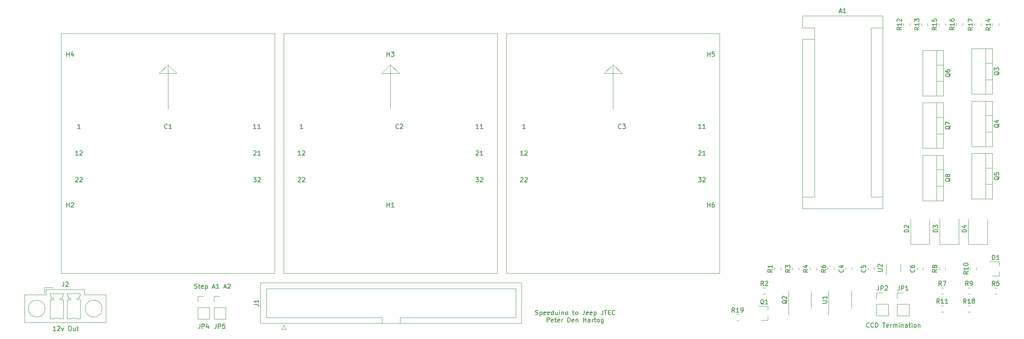
<source format=gbr>
%TF.GenerationSoftware,KiCad,Pcbnew,(5.1.6)-1*%
%TF.CreationDate,2021-10-20T19:30:18-05:00*%
%TF.ProjectId,Jeep JTEC,4a656570-204a-4544-9543-2e6b69636164,rev?*%
%TF.SameCoordinates,Original*%
%TF.FileFunction,Legend,Top*%
%TF.FilePolarity,Positive*%
%FSLAX46Y46*%
G04 Gerber Fmt 4.6, Leading zero omitted, Abs format (unit mm)*
G04 Created by KiCad (PCBNEW (5.1.6)-1) date 2021-10-20 19:30:18*
%MOMM*%
%LPD*%
G01*
G04 APERTURE LIST*
%ADD10C,0.150000*%
%ADD11C,0.120000*%
G04 APERTURE END LIST*
D10*
X75976190Y-119404761D02*
X76119047Y-119452380D01*
X76357142Y-119452380D01*
X76452380Y-119404761D01*
X76500000Y-119357142D01*
X76547619Y-119261904D01*
X76547619Y-119166666D01*
X76500000Y-119071428D01*
X76452380Y-119023809D01*
X76357142Y-118976190D01*
X76166666Y-118928571D01*
X76071428Y-118880952D01*
X76023809Y-118833333D01*
X75976190Y-118738095D01*
X75976190Y-118642857D01*
X76023809Y-118547619D01*
X76071428Y-118500000D01*
X76166666Y-118452380D01*
X76404761Y-118452380D01*
X76547619Y-118500000D01*
X76833333Y-118785714D02*
X77214285Y-118785714D01*
X76976190Y-118452380D02*
X76976190Y-119309523D01*
X77023809Y-119404761D01*
X77119047Y-119452380D01*
X77214285Y-119452380D01*
X77928571Y-119404761D02*
X77833333Y-119452380D01*
X77642857Y-119452380D01*
X77547619Y-119404761D01*
X77500000Y-119309523D01*
X77500000Y-118928571D01*
X77547619Y-118833333D01*
X77642857Y-118785714D01*
X77833333Y-118785714D01*
X77928571Y-118833333D01*
X77976190Y-118928571D01*
X77976190Y-119023809D01*
X77500000Y-119119047D01*
X78404761Y-118785714D02*
X78404761Y-119785714D01*
X78404761Y-118833333D02*
X78500000Y-118785714D01*
X78690476Y-118785714D01*
X78785714Y-118833333D01*
X78833333Y-118880952D01*
X78880952Y-118976190D01*
X78880952Y-119261904D01*
X78833333Y-119357142D01*
X78785714Y-119404761D01*
X78690476Y-119452380D01*
X78500000Y-119452380D01*
X78404761Y-119404761D01*
X80023809Y-119166666D02*
X80500000Y-119166666D01*
X79928571Y-119452380D02*
X80261904Y-118452380D01*
X80595238Y-119452380D01*
X81452380Y-119452380D02*
X80880952Y-119452380D01*
X81166666Y-119452380D02*
X81166666Y-118452380D01*
X81071428Y-118595238D01*
X80976190Y-118690476D01*
X80880952Y-118738095D01*
X82595238Y-119166666D02*
X83071428Y-119166666D01*
X82500000Y-119452380D02*
X82833333Y-118452380D01*
X83166666Y-119452380D01*
X83452380Y-118547619D02*
X83500000Y-118500000D01*
X83595238Y-118452380D01*
X83833333Y-118452380D01*
X83928571Y-118500000D01*
X83976190Y-118547619D01*
X84023809Y-118642857D01*
X84023809Y-118738095D01*
X83976190Y-118880952D01*
X83404761Y-119452380D01*
X84023809Y-119452380D01*
X227571428Y-128107142D02*
X227523809Y-128154761D01*
X227380952Y-128202380D01*
X227285714Y-128202380D01*
X227142857Y-128154761D01*
X227047619Y-128059523D01*
X227000000Y-127964285D01*
X226952380Y-127773809D01*
X226952380Y-127630952D01*
X227000000Y-127440476D01*
X227047619Y-127345238D01*
X227142857Y-127250000D01*
X227285714Y-127202380D01*
X227380952Y-127202380D01*
X227523809Y-127250000D01*
X227571428Y-127297619D01*
X228571428Y-128107142D02*
X228523809Y-128154761D01*
X228380952Y-128202380D01*
X228285714Y-128202380D01*
X228142857Y-128154761D01*
X228047619Y-128059523D01*
X228000000Y-127964285D01*
X227952380Y-127773809D01*
X227952380Y-127630952D01*
X228000000Y-127440476D01*
X228047619Y-127345238D01*
X228142857Y-127250000D01*
X228285714Y-127202380D01*
X228380952Y-127202380D01*
X228523809Y-127250000D01*
X228571428Y-127297619D01*
X229000000Y-128202380D02*
X229000000Y-127202380D01*
X229238095Y-127202380D01*
X229380952Y-127250000D01*
X229476190Y-127345238D01*
X229523809Y-127440476D01*
X229571428Y-127630952D01*
X229571428Y-127773809D01*
X229523809Y-127964285D01*
X229476190Y-128059523D01*
X229380952Y-128154761D01*
X229238095Y-128202380D01*
X229000000Y-128202380D01*
X230619047Y-127202380D02*
X231190476Y-127202380D01*
X230904761Y-128202380D02*
X230904761Y-127202380D01*
X231904761Y-128154761D02*
X231809523Y-128202380D01*
X231619047Y-128202380D01*
X231523809Y-128154761D01*
X231476190Y-128059523D01*
X231476190Y-127678571D01*
X231523809Y-127583333D01*
X231619047Y-127535714D01*
X231809523Y-127535714D01*
X231904761Y-127583333D01*
X231952380Y-127678571D01*
X231952380Y-127773809D01*
X231476190Y-127869047D01*
X232380952Y-128202380D02*
X232380952Y-127535714D01*
X232380952Y-127726190D02*
X232428571Y-127630952D01*
X232476190Y-127583333D01*
X232571428Y-127535714D01*
X232666666Y-127535714D01*
X233000000Y-128202380D02*
X233000000Y-127535714D01*
X233000000Y-127630952D02*
X233047619Y-127583333D01*
X233142857Y-127535714D01*
X233285714Y-127535714D01*
X233380952Y-127583333D01*
X233428571Y-127678571D01*
X233428571Y-128202380D01*
X233428571Y-127678571D02*
X233476190Y-127583333D01*
X233571428Y-127535714D01*
X233714285Y-127535714D01*
X233809523Y-127583333D01*
X233857142Y-127678571D01*
X233857142Y-128202380D01*
X234333333Y-128202380D02*
X234333333Y-127535714D01*
X234333333Y-127202380D02*
X234285714Y-127250000D01*
X234333333Y-127297619D01*
X234380952Y-127250000D01*
X234333333Y-127202380D01*
X234333333Y-127297619D01*
X234809523Y-127535714D02*
X234809523Y-128202380D01*
X234809523Y-127630952D02*
X234857142Y-127583333D01*
X234952380Y-127535714D01*
X235095238Y-127535714D01*
X235190476Y-127583333D01*
X235238095Y-127678571D01*
X235238095Y-128202380D01*
X236142857Y-128202380D02*
X236142857Y-127678571D01*
X236095238Y-127583333D01*
X236000000Y-127535714D01*
X235809523Y-127535714D01*
X235714285Y-127583333D01*
X236142857Y-128154761D02*
X236047619Y-128202380D01*
X235809523Y-128202380D01*
X235714285Y-128154761D01*
X235666666Y-128059523D01*
X235666666Y-127964285D01*
X235714285Y-127869047D01*
X235809523Y-127821428D01*
X236047619Y-127821428D01*
X236142857Y-127773809D01*
X236476190Y-127535714D02*
X236857142Y-127535714D01*
X236619047Y-127202380D02*
X236619047Y-128059523D01*
X236666666Y-128154761D01*
X236761904Y-128202380D01*
X236857142Y-128202380D01*
X237190476Y-128202380D02*
X237190476Y-127535714D01*
X237190476Y-127202380D02*
X237142857Y-127250000D01*
X237190476Y-127297619D01*
X237238095Y-127250000D01*
X237190476Y-127202380D01*
X237190476Y-127297619D01*
X237809523Y-128202380D02*
X237714285Y-128154761D01*
X237666666Y-128107142D01*
X237619047Y-128011904D01*
X237619047Y-127726190D01*
X237666666Y-127630952D01*
X237714285Y-127583333D01*
X237809523Y-127535714D01*
X237952380Y-127535714D01*
X238047619Y-127583333D01*
X238095238Y-127630952D01*
X238142857Y-127726190D01*
X238142857Y-128011904D01*
X238095238Y-128107142D01*
X238047619Y-128154761D01*
X237952380Y-128202380D01*
X237809523Y-128202380D01*
X238571428Y-127535714D02*
X238571428Y-128202380D01*
X238571428Y-127630952D02*
X238619047Y-127583333D01*
X238714285Y-127535714D01*
X238857142Y-127535714D01*
X238952380Y-127583333D01*
X239000000Y-127678571D01*
X239000000Y-128202380D01*
X152571428Y-125329761D02*
X152714285Y-125377380D01*
X152952380Y-125377380D01*
X153047619Y-125329761D01*
X153095238Y-125282142D01*
X153142857Y-125186904D01*
X153142857Y-125091666D01*
X153095238Y-124996428D01*
X153047619Y-124948809D01*
X152952380Y-124901190D01*
X152761904Y-124853571D01*
X152666666Y-124805952D01*
X152619047Y-124758333D01*
X152571428Y-124663095D01*
X152571428Y-124567857D01*
X152619047Y-124472619D01*
X152666666Y-124425000D01*
X152761904Y-124377380D01*
X153000000Y-124377380D01*
X153142857Y-124425000D01*
X153571428Y-124710714D02*
X153571428Y-125710714D01*
X153571428Y-124758333D02*
X153666666Y-124710714D01*
X153857142Y-124710714D01*
X153952380Y-124758333D01*
X154000000Y-124805952D01*
X154047619Y-124901190D01*
X154047619Y-125186904D01*
X154000000Y-125282142D01*
X153952380Y-125329761D01*
X153857142Y-125377380D01*
X153666666Y-125377380D01*
X153571428Y-125329761D01*
X154857142Y-125329761D02*
X154761904Y-125377380D01*
X154571428Y-125377380D01*
X154476190Y-125329761D01*
X154428571Y-125234523D01*
X154428571Y-124853571D01*
X154476190Y-124758333D01*
X154571428Y-124710714D01*
X154761904Y-124710714D01*
X154857142Y-124758333D01*
X154904761Y-124853571D01*
X154904761Y-124948809D01*
X154428571Y-125044047D01*
X155714285Y-125329761D02*
X155619047Y-125377380D01*
X155428571Y-125377380D01*
X155333333Y-125329761D01*
X155285714Y-125234523D01*
X155285714Y-124853571D01*
X155333333Y-124758333D01*
X155428571Y-124710714D01*
X155619047Y-124710714D01*
X155714285Y-124758333D01*
X155761904Y-124853571D01*
X155761904Y-124948809D01*
X155285714Y-125044047D01*
X156619047Y-125377380D02*
X156619047Y-124377380D01*
X156619047Y-125329761D02*
X156523809Y-125377380D01*
X156333333Y-125377380D01*
X156238095Y-125329761D01*
X156190476Y-125282142D01*
X156142857Y-125186904D01*
X156142857Y-124901190D01*
X156190476Y-124805952D01*
X156238095Y-124758333D01*
X156333333Y-124710714D01*
X156523809Y-124710714D01*
X156619047Y-124758333D01*
X157523809Y-124710714D02*
X157523809Y-125377380D01*
X157095238Y-124710714D02*
X157095238Y-125234523D01*
X157142857Y-125329761D01*
X157238095Y-125377380D01*
X157380952Y-125377380D01*
X157476190Y-125329761D01*
X157523809Y-125282142D01*
X158000000Y-125377380D02*
X158000000Y-124710714D01*
X158000000Y-124377380D02*
X157952380Y-124425000D01*
X158000000Y-124472619D01*
X158047619Y-124425000D01*
X158000000Y-124377380D01*
X158000000Y-124472619D01*
X158476190Y-124710714D02*
X158476190Y-125377380D01*
X158476190Y-124805952D02*
X158523809Y-124758333D01*
X158619047Y-124710714D01*
X158761904Y-124710714D01*
X158857142Y-124758333D01*
X158904761Y-124853571D01*
X158904761Y-125377380D01*
X159523809Y-125377380D02*
X159428571Y-125329761D01*
X159380952Y-125282142D01*
X159333333Y-125186904D01*
X159333333Y-124901190D01*
X159380952Y-124805952D01*
X159428571Y-124758333D01*
X159523809Y-124710714D01*
X159666666Y-124710714D01*
X159761904Y-124758333D01*
X159809523Y-124805952D01*
X159857142Y-124901190D01*
X159857142Y-125186904D01*
X159809523Y-125282142D01*
X159761904Y-125329761D01*
X159666666Y-125377380D01*
X159523809Y-125377380D01*
X160904761Y-124710714D02*
X161285714Y-124710714D01*
X161047619Y-124377380D02*
X161047619Y-125234523D01*
X161095238Y-125329761D01*
X161190476Y-125377380D01*
X161285714Y-125377380D01*
X161761904Y-125377380D02*
X161666666Y-125329761D01*
X161619047Y-125282142D01*
X161571428Y-125186904D01*
X161571428Y-124901190D01*
X161619047Y-124805952D01*
X161666666Y-124758333D01*
X161761904Y-124710714D01*
X161904761Y-124710714D01*
X162000000Y-124758333D01*
X162047619Y-124805952D01*
X162095238Y-124901190D01*
X162095238Y-125186904D01*
X162047619Y-125282142D01*
X162000000Y-125329761D01*
X161904761Y-125377380D01*
X161761904Y-125377380D01*
X163571428Y-124377380D02*
X163571428Y-125091666D01*
X163523809Y-125234523D01*
X163428571Y-125329761D01*
X163285714Y-125377380D01*
X163190476Y-125377380D01*
X164428571Y-125329761D02*
X164333333Y-125377380D01*
X164142857Y-125377380D01*
X164047619Y-125329761D01*
X164000000Y-125234523D01*
X164000000Y-124853571D01*
X164047619Y-124758333D01*
X164142857Y-124710714D01*
X164333333Y-124710714D01*
X164428571Y-124758333D01*
X164476190Y-124853571D01*
X164476190Y-124948809D01*
X164000000Y-125044047D01*
X165285714Y-125329761D02*
X165190476Y-125377380D01*
X165000000Y-125377380D01*
X164904761Y-125329761D01*
X164857142Y-125234523D01*
X164857142Y-124853571D01*
X164904761Y-124758333D01*
X165000000Y-124710714D01*
X165190476Y-124710714D01*
X165285714Y-124758333D01*
X165333333Y-124853571D01*
X165333333Y-124948809D01*
X164857142Y-125044047D01*
X165761904Y-124710714D02*
X165761904Y-125710714D01*
X165761904Y-124758333D02*
X165857142Y-124710714D01*
X166047619Y-124710714D01*
X166142857Y-124758333D01*
X166190476Y-124805952D01*
X166238095Y-124901190D01*
X166238095Y-125186904D01*
X166190476Y-125282142D01*
X166142857Y-125329761D01*
X166047619Y-125377380D01*
X165857142Y-125377380D01*
X165761904Y-125329761D01*
X167714285Y-124377380D02*
X167714285Y-125091666D01*
X167666666Y-125234523D01*
X167571428Y-125329761D01*
X167428571Y-125377380D01*
X167333333Y-125377380D01*
X168047619Y-124377380D02*
X168619047Y-124377380D01*
X168333333Y-125377380D02*
X168333333Y-124377380D01*
X168952380Y-124853571D02*
X169285714Y-124853571D01*
X169428571Y-125377380D02*
X168952380Y-125377380D01*
X168952380Y-124377380D01*
X169428571Y-124377380D01*
X170428571Y-125282142D02*
X170380952Y-125329761D01*
X170238095Y-125377380D01*
X170142857Y-125377380D01*
X170000000Y-125329761D01*
X169904761Y-125234523D01*
X169857142Y-125139285D01*
X169809523Y-124948809D01*
X169809523Y-124805952D01*
X169857142Y-124615476D01*
X169904761Y-124520238D01*
X170000000Y-124425000D01*
X170142857Y-124377380D01*
X170238095Y-124377380D01*
X170380952Y-124425000D01*
X170428571Y-124472619D01*
X155166666Y-127027380D02*
X155166666Y-126027380D01*
X155547619Y-126027380D01*
X155642857Y-126075000D01*
X155690476Y-126122619D01*
X155738095Y-126217857D01*
X155738095Y-126360714D01*
X155690476Y-126455952D01*
X155642857Y-126503571D01*
X155547619Y-126551190D01*
X155166666Y-126551190D01*
X156547619Y-126979761D02*
X156452380Y-127027380D01*
X156261904Y-127027380D01*
X156166666Y-126979761D01*
X156119047Y-126884523D01*
X156119047Y-126503571D01*
X156166666Y-126408333D01*
X156261904Y-126360714D01*
X156452380Y-126360714D01*
X156547619Y-126408333D01*
X156595238Y-126503571D01*
X156595238Y-126598809D01*
X156119047Y-126694047D01*
X156880952Y-126360714D02*
X157261904Y-126360714D01*
X157023809Y-126027380D02*
X157023809Y-126884523D01*
X157071428Y-126979761D01*
X157166666Y-127027380D01*
X157261904Y-127027380D01*
X157976190Y-126979761D02*
X157880952Y-127027380D01*
X157690476Y-127027380D01*
X157595238Y-126979761D01*
X157547619Y-126884523D01*
X157547619Y-126503571D01*
X157595238Y-126408333D01*
X157690476Y-126360714D01*
X157880952Y-126360714D01*
X157976190Y-126408333D01*
X158023809Y-126503571D01*
X158023809Y-126598809D01*
X157547619Y-126694047D01*
X158452380Y-127027380D02*
X158452380Y-126360714D01*
X158452380Y-126551190D02*
X158500000Y-126455952D01*
X158547619Y-126408333D01*
X158642857Y-126360714D01*
X158738095Y-126360714D01*
X159833333Y-127027380D02*
X159833333Y-126027380D01*
X160071428Y-126027380D01*
X160214285Y-126075000D01*
X160309523Y-126170238D01*
X160357142Y-126265476D01*
X160404761Y-126455952D01*
X160404761Y-126598809D01*
X160357142Y-126789285D01*
X160309523Y-126884523D01*
X160214285Y-126979761D01*
X160071428Y-127027380D01*
X159833333Y-127027380D01*
X161214285Y-126979761D02*
X161119047Y-127027380D01*
X160928571Y-127027380D01*
X160833333Y-126979761D01*
X160785714Y-126884523D01*
X160785714Y-126503571D01*
X160833333Y-126408333D01*
X160928571Y-126360714D01*
X161119047Y-126360714D01*
X161214285Y-126408333D01*
X161261904Y-126503571D01*
X161261904Y-126598809D01*
X160785714Y-126694047D01*
X161690476Y-126360714D02*
X161690476Y-127027380D01*
X161690476Y-126455952D02*
X161738095Y-126408333D01*
X161833333Y-126360714D01*
X161976190Y-126360714D01*
X162071428Y-126408333D01*
X162119047Y-126503571D01*
X162119047Y-127027380D01*
X163357142Y-127027380D02*
X163357142Y-126027380D01*
X163357142Y-126503571D02*
X163928571Y-126503571D01*
X163928571Y-127027380D02*
X163928571Y-126027380D01*
X164833333Y-127027380D02*
X164833333Y-126503571D01*
X164785714Y-126408333D01*
X164690476Y-126360714D01*
X164500000Y-126360714D01*
X164404761Y-126408333D01*
X164833333Y-126979761D02*
X164738095Y-127027380D01*
X164500000Y-127027380D01*
X164404761Y-126979761D01*
X164357142Y-126884523D01*
X164357142Y-126789285D01*
X164404761Y-126694047D01*
X164500000Y-126646428D01*
X164738095Y-126646428D01*
X164833333Y-126598809D01*
X165309523Y-127027380D02*
X165309523Y-126360714D01*
X165309523Y-126551190D02*
X165357142Y-126455952D01*
X165404761Y-126408333D01*
X165500000Y-126360714D01*
X165595238Y-126360714D01*
X165785714Y-126360714D02*
X166166666Y-126360714D01*
X165928571Y-126027380D02*
X165928571Y-126884523D01*
X165976190Y-126979761D01*
X166071428Y-127027380D01*
X166166666Y-127027380D01*
X166642857Y-127027380D02*
X166547619Y-126979761D01*
X166500000Y-126932142D01*
X166452380Y-126836904D01*
X166452380Y-126551190D01*
X166500000Y-126455952D01*
X166547619Y-126408333D01*
X166642857Y-126360714D01*
X166785714Y-126360714D01*
X166880952Y-126408333D01*
X166928571Y-126455952D01*
X166976190Y-126551190D01*
X166976190Y-126836904D01*
X166928571Y-126932142D01*
X166880952Y-126979761D01*
X166785714Y-127027380D01*
X166642857Y-127027380D01*
X167833333Y-126360714D02*
X167833333Y-127170238D01*
X167785714Y-127265476D01*
X167738095Y-127313095D01*
X167642857Y-127360714D01*
X167500000Y-127360714D01*
X167404761Y-127313095D01*
X167833333Y-126979761D02*
X167738095Y-127027380D01*
X167547619Y-127027380D01*
X167452380Y-126979761D01*
X167404761Y-126932142D01*
X167357142Y-126836904D01*
X167357142Y-126551190D01*
X167404761Y-126455952D01*
X167452380Y-126408333D01*
X167547619Y-126360714D01*
X167738095Y-126360714D01*
X167833333Y-126408333D01*
X44785714Y-128952380D02*
X44214285Y-128952380D01*
X44500000Y-128952380D02*
X44500000Y-127952380D01*
X44404761Y-128095238D01*
X44309523Y-128190476D01*
X44214285Y-128238095D01*
X45166666Y-128047619D02*
X45214285Y-128000000D01*
X45309523Y-127952380D01*
X45547619Y-127952380D01*
X45642857Y-128000000D01*
X45690476Y-128047619D01*
X45738095Y-128142857D01*
X45738095Y-128238095D01*
X45690476Y-128380952D01*
X45119047Y-128952380D01*
X45738095Y-128952380D01*
X46071428Y-128285714D02*
X46309523Y-128952380D01*
X46547619Y-128285714D01*
X47880952Y-127952380D02*
X48071428Y-127952380D01*
X48166666Y-128000000D01*
X48261904Y-128095238D01*
X48309523Y-128285714D01*
X48309523Y-128619047D01*
X48261904Y-128809523D01*
X48166666Y-128904761D01*
X48071428Y-128952380D01*
X47880952Y-128952380D01*
X47785714Y-128904761D01*
X47690476Y-128809523D01*
X47642857Y-128619047D01*
X47642857Y-128285714D01*
X47690476Y-128095238D01*
X47785714Y-128000000D01*
X47880952Y-127952380D01*
X49166666Y-128285714D02*
X49166666Y-128952380D01*
X48738095Y-128285714D02*
X48738095Y-128809523D01*
X48785714Y-128904761D01*
X48880952Y-128952380D01*
X49023809Y-128952380D01*
X49119047Y-128904761D01*
X49166666Y-128857142D01*
X49500000Y-128285714D02*
X49880952Y-128285714D01*
X49642857Y-127952380D02*
X49642857Y-128809523D01*
X49690476Y-128904761D01*
X49785714Y-128952380D01*
X49880952Y-128952380D01*
D11*
%TO.C,C1*%
X46000000Y-62000000D02*
X94000000Y-62000000D01*
X94000000Y-62000000D02*
X94000000Y-116000000D01*
X94000000Y-116000000D02*
X46000000Y-116000000D01*
X46000000Y-116000000D02*
X46000000Y-62000000D01*
X70000000Y-79000000D02*
X70000000Y-69000000D01*
X70000000Y-69000000D02*
X68000000Y-71000000D01*
X68000000Y-71000000D02*
X72000000Y-71000000D01*
X72000000Y-71000000D02*
X70000000Y-69000000D01*
%TO.C,C3*%
X146000000Y-62000000D02*
X194000000Y-62000000D01*
X194000000Y-62000000D02*
X194000000Y-116000000D01*
X194000000Y-116000000D02*
X146000000Y-116000000D01*
X146000000Y-116000000D02*
X146000000Y-62000000D01*
X170000000Y-79000000D02*
X170000000Y-69000000D01*
X170000000Y-69000000D02*
X168000000Y-71000000D01*
X168000000Y-71000000D02*
X172000000Y-71000000D01*
X172000000Y-71000000D02*
X170000000Y-69000000D01*
%TO.C,C2*%
X96000000Y-62000000D02*
X144000000Y-62000000D01*
X144000000Y-62000000D02*
X144000000Y-116000000D01*
X144000000Y-116000000D02*
X96000000Y-116000000D01*
X96000000Y-116000000D02*
X96000000Y-62000000D01*
X120000000Y-79000000D02*
X120000000Y-69000000D01*
X120000000Y-69000000D02*
X118000000Y-71000000D01*
X118000000Y-71000000D02*
X122000000Y-71000000D01*
X122000000Y-71000000D02*
X120000000Y-69000000D01*
%TO.C,JP5*%
X80320000Y-121170000D02*
X81650000Y-121170000D01*
X80320000Y-122500000D02*
X80320000Y-121170000D01*
X80320000Y-123770000D02*
X82980000Y-123770000D01*
X82980000Y-123770000D02*
X82980000Y-126370000D01*
X80320000Y-123770000D02*
X80320000Y-126370000D01*
X80320000Y-126370000D02*
X82980000Y-126370000D01*
%TO.C,JP4*%
X76670000Y-121170000D02*
X78000000Y-121170000D01*
X76670000Y-122500000D02*
X76670000Y-121170000D01*
X76670000Y-123770000D02*
X79330000Y-123770000D01*
X79330000Y-123770000D02*
X79330000Y-126370000D01*
X76670000Y-123770000D02*
X76670000Y-126370000D01*
X76670000Y-126370000D02*
X79330000Y-126370000D01*
%TO.C,D4*%
X249850000Y-109550000D02*
X254150000Y-109550000D01*
X254150000Y-109550000D02*
X254150000Y-103850000D01*
X249850000Y-109550000D02*
X249850000Y-103850000D01*
%TO.C,D3*%
X243400000Y-109550000D02*
X247700000Y-109550000D01*
X247700000Y-109550000D02*
X247700000Y-103850000D01*
X243400000Y-109550000D02*
X243400000Y-103850000D01*
%TO.C,D2*%
X236850000Y-109550000D02*
X241150000Y-109550000D01*
X241150000Y-109550000D02*
X241150000Y-103850000D01*
X236850000Y-109550000D02*
X236850000Y-103850000D01*
%TO.C,U2*%
X234610000Y-115720000D02*
X234610000Y-113920000D01*
X231390000Y-113920000D02*
X231390000Y-116370000D01*
%TO.C,R19*%
X197741422Y-125290000D02*
X198258578Y-125290000D01*
X197741422Y-126710000D02*
X198258578Y-126710000D01*
%TO.C,J2*%
X42200000Y-119250000D02*
X44200000Y-119250000D01*
X42200000Y-120500000D02*
X42200000Y-119250000D01*
X50310000Y-126250000D02*
X49560000Y-126250000D01*
X50310000Y-121950000D02*
X50310000Y-126250000D01*
X49560000Y-121950000D02*
X50310000Y-121950000D01*
X49560000Y-121600000D02*
X49560000Y-121950000D01*
X50060000Y-121600000D02*
X49560000Y-121600000D01*
X50310000Y-120600000D02*
X50060000Y-121600000D01*
X47310000Y-120600000D02*
X50310000Y-120600000D01*
X47560000Y-121600000D02*
X47310000Y-120600000D01*
X48060000Y-121600000D02*
X47560000Y-121600000D01*
X48060000Y-121950000D02*
X48060000Y-121600000D01*
X47310000Y-121950000D02*
X48060000Y-121950000D01*
X47310000Y-126250000D02*
X47310000Y-121950000D01*
X48060000Y-126250000D02*
X47310000Y-126250000D01*
X46500000Y-126250000D02*
X45750000Y-126250000D01*
X46500000Y-121950000D02*
X46500000Y-126250000D01*
X45750000Y-121950000D02*
X46500000Y-121950000D01*
X45750000Y-121600000D02*
X45750000Y-121950000D01*
X46250000Y-121600000D02*
X45750000Y-121600000D01*
X46500000Y-120600000D02*
X46250000Y-121600000D01*
X43500000Y-120600000D02*
X46500000Y-120600000D01*
X43750000Y-121600000D02*
X43500000Y-120600000D01*
X44250000Y-121600000D02*
X43750000Y-121600000D01*
X44250000Y-121950000D02*
X44250000Y-121600000D01*
X43500000Y-121950000D02*
X44250000Y-121950000D01*
X43500000Y-126250000D02*
X43500000Y-121950000D01*
X44250000Y-126250000D02*
X43500000Y-126250000D01*
X37790000Y-120890000D02*
X37790000Y-127110000D01*
X42590000Y-120890000D02*
X37790000Y-120890000D01*
X42590000Y-119640000D02*
X42590000Y-120890000D01*
X51220000Y-119640000D02*
X42590000Y-119640000D01*
X51220000Y-120890000D02*
X51220000Y-119640000D01*
X56020000Y-120890000D02*
X51220000Y-120890000D01*
X56020000Y-127110000D02*
X56020000Y-120890000D01*
X37790000Y-127110000D02*
X56020000Y-127110000D01*
X55210000Y-124000000D02*
G75*
G03*
X55210000Y-124000000I-1900000J0D01*
G01*
X42400000Y-124000000D02*
G75*
G03*
X42400000Y-124000000I-1900000J0D01*
G01*
X49559647Y-126249845D02*
G75*
G03*
X48060000Y-126250000I-749647J-1700155D01*
G01*
X45749647Y-126249845D02*
G75*
G03*
X44250000Y-126250000I-749647J-1700155D01*
G01*
%TO.C,U1*%
X223560000Y-122000000D02*
X223560000Y-120050000D01*
X223560000Y-122000000D02*
X223560000Y-123950000D01*
X218440000Y-122000000D02*
X218440000Y-120050000D01*
X218440000Y-122000000D02*
X218440000Y-125450000D01*
%TO.C,R18*%
X249741422Y-123290000D02*
X250258578Y-123290000D01*
X249741422Y-124710000D02*
X250258578Y-124710000D01*
%TO.C,R17*%
X251290000Y-60258578D02*
X251290000Y-59741422D01*
X252710000Y-60258578D02*
X252710000Y-59741422D01*
%TO.C,R16*%
X247170000Y-60228578D02*
X247170000Y-59711422D01*
X248590000Y-60228578D02*
X248590000Y-59711422D01*
%TO.C,R15*%
X243220000Y-60228578D02*
X243220000Y-59711422D01*
X244640000Y-60228578D02*
X244640000Y-59711422D01*
%TO.C,R14*%
X255290000Y-60258578D02*
X255290000Y-59741422D01*
X256710000Y-60258578D02*
X256710000Y-59741422D01*
%TO.C,R13*%
X239270000Y-60228578D02*
X239270000Y-59711422D01*
X240690000Y-60228578D02*
X240690000Y-59711422D01*
%TO.C,R12*%
X235320000Y-60228578D02*
X235320000Y-59711422D01*
X236740000Y-60228578D02*
X236740000Y-59711422D01*
%TO.C,R11*%
X243741422Y-123290000D02*
X244258578Y-123290000D01*
X243741422Y-124710000D02*
X244258578Y-124710000D01*
%TO.C,R10*%
X250290000Y-115258578D02*
X250290000Y-114741422D01*
X251710000Y-115258578D02*
X251710000Y-114741422D01*
%TO.C,R9*%
X249741422Y-119290000D02*
X250258578Y-119290000D01*
X249741422Y-120710000D02*
X250258578Y-120710000D01*
%TO.C,R8*%
X243290000Y-115258578D02*
X243290000Y-114741422D01*
X244710000Y-115258578D02*
X244710000Y-114741422D01*
%TO.C,R7*%
X243741422Y-119290000D02*
X244258578Y-119290000D01*
X243741422Y-120710000D02*
X244258578Y-120710000D01*
%TO.C,R6*%
X218290000Y-115258578D02*
X218290000Y-114741422D01*
X219710000Y-115258578D02*
X219710000Y-114741422D01*
%TO.C,R5*%
X255741422Y-119290000D02*
X256258578Y-119290000D01*
X255741422Y-120710000D02*
X256258578Y-120710000D01*
%TO.C,R4*%
X214290000Y-115258578D02*
X214290000Y-114741422D01*
X215710000Y-115258578D02*
X215710000Y-114741422D01*
%TO.C,R3*%
X210290000Y-115258578D02*
X210290000Y-114741422D01*
X211710000Y-115258578D02*
X211710000Y-114741422D01*
%TO.C,R2*%
X203741422Y-119290000D02*
X204258578Y-119290000D01*
X203741422Y-120710000D02*
X204258578Y-120710000D01*
%TO.C,R1*%
X206290000Y-115258578D02*
X206290000Y-114741422D01*
X207710000Y-115258578D02*
X207710000Y-114741422D01*
%TO.C,Q8*%
X244270000Y-89420000D02*
X244270000Y-99660000D01*
X239629000Y-89420000D02*
X239629000Y-99660000D01*
X244270000Y-89420000D02*
X239629000Y-89420000D01*
X244270000Y-99660000D02*
X239629000Y-99660000D01*
X242760000Y-89420000D02*
X242760000Y-99660000D01*
X244270000Y-92690000D02*
X242760000Y-92690000D01*
X244270000Y-96391000D02*
X242760000Y-96391000D01*
%TO.C,Q7*%
X244270000Y-77620000D02*
X244270000Y-87860000D01*
X239629000Y-77620000D02*
X239629000Y-87860000D01*
X244270000Y-77620000D02*
X239629000Y-77620000D01*
X244270000Y-87860000D02*
X239629000Y-87860000D01*
X242760000Y-77620000D02*
X242760000Y-87860000D01*
X244270000Y-80890000D02*
X242760000Y-80890000D01*
X244270000Y-84591000D02*
X242760000Y-84591000D01*
%TO.C,Q6*%
X244270000Y-65820000D02*
X244270000Y-76060000D01*
X239629000Y-65820000D02*
X239629000Y-76060000D01*
X244270000Y-65820000D02*
X239629000Y-65820000D01*
X244270000Y-76060000D02*
X239629000Y-76060000D01*
X242760000Y-65820000D02*
X242760000Y-76060000D01*
X244270000Y-69090000D02*
X242760000Y-69090000D01*
X244270000Y-72791000D02*
X242760000Y-72791000D01*
%TO.C,Q5*%
X255270000Y-89020000D02*
X255270000Y-99260000D01*
X250629000Y-89020000D02*
X250629000Y-99260000D01*
X255270000Y-89020000D02*
X250629000Y-89020000D01*
X255270000Y-99260000D02*
X250629000Y-99260000D01*
X253760000Y-89020000D02*
X253760000Y-99260000D01*
X255270000Y-92290000D02*
X253760000Y-92290000D01*
X255270000Y-95991000D02*
X253760000Y-95991000D01*
%TO.C,Q4*%
X255270000Y-77220000D02*
X255270000Y-87460000D01*
X250629000Y-77220000D02*
X250629000Y-87460000D01*
X255270000Y-77220000D02*
X250629000Y-77220000D01*
X255270000Y-87460000D02*
X250629000Y-87460000D01*
X253760000Y-77220000D02*
X253760000Y-87460000D01*
X255270000Y-80490000D02*
X253760000Y-80490000D01*
X255270000Y-84191000D02*
X253760000Y-84191000D01*
%TO.C,Q3*%
X255270000Y-65420000D02*
X255270000Y-75660000D01*
X250629000Y-65420000D02*
X250629000Y-75660000D01*
X255270000Y-65420000D02*
X250629000Y-65420000D01*
X255270000Y-75660000D02*
X250629000Y-75660000D01*
X253760000Y-65420000D02*
X253760000Y-75660000D01*
X255270000Y-68690000D02*
X253760000Y-68690000D01*
X255270000Y-72391000D02*
X253760000Y-72391000D01*
%TO.C,Q2*%
X214560000Y-122000000D02*
X214560000Y-120050000D01*
X214560000Y-122000000D02*
X214560000Y-123950000D01*
X209440000Y-122000000D02*
X209440000Y-120050000D01*
X209440000Y-122000000D02*
X209440000Y-125450000D01*
%TO.C,Q1*%
X204760000Y-126580000D02*
X204760000Y-125650000D01*
X204760000Y-123420000D02*
X204760000Y-124350000D01*
X204760000Y-123420000D02*
X202600000Y-123420000D01*
X204760000Y-126580000D02*
X203300000Y-126580000D01*
%TO.C,JP2*%
X229210000Y-125610000D02*
X231870000Y-125610000D01*
X229210000Y-123010000D02*
X229210000Y-125610000D01*
X231870000Y-123010000D02*
X231870000Y-125610000D01*
X229210000Y-123010000D02*
X231870000Y-123010000D01*
X229210000Y-121740000D02*
X229210000Y-120410000D01*
X229210000Y-120410000D02*
X230540000Y-120410000D01*
%TO.C,JP1*%
X233860000Y-125610000D02*
X236520000Y-125610000D01*
X233860000Y-123010000D02*
X233860000Y-125610000D01*
X236520000Y-123010000D02*
X236520000Y-125610000D01*
X233860000Y-123010000D02*
X236520000Y-123010000D01*
X233860000Y-121740000D02*
X233860000Y-120410000D01*
X233860000Y-120410000D02*
X235190000Y-120410000D01*
%TO.C,J1*%
X90790000Y-127290000D02*
X90790000Y-118170000D01*
X90790000Y-118170000D02*
X149470000Y-118170000D01*
X149470000Y-118170000D02*
X149470000Y-127290000D01*
X149470000Y-127290000D02*
X90790000Y-127290000D01*
X118080000Y-127290000D02*
X118080000Y-125980000D01*
X118080000Y-125980000D02*
X92090000Y-125980000D01*
X92090000Y-125980000D02*
X92090000Y-119480000D01*
X92090000Y-119480000D02*
X148170000Y-119480000D01*
X148170000Y-119480000D02*
X148170000Y-125980000D01*
X148170000Y-125980000D02*
X122180000Y-125980000D01*
X122180000Y-125980000D02*
X122180000Y-125980000D01*
X122180000Y-125980000D02*
X122180000Y-127290000D01*
X96000000Y-127680000D02*
X95500000Y-128680000D01*
X95500000Y-128680000D02*
X96500000Y-128680000D01*
X96500000Y-128680000D02*
X96000000Y-127680000D01*
%TO.C,D1*%
X256760000Y-116580000D02*
X256760000Y-115650000D01*
X256760000Y-113420000D02*
X256760000Y-114350000D01*
X256760000Y-113420000D02*
X254600000Y-113420000D01*
X256760000Y-116580000D02*
X255300000Y-116580000D01*
%TO.C,C6*%
X238290000Y-115258578D02*
X238290000Y-114741422D01*
X239710000Y-115258578D02*
X239710000Y-114741422D01*
%TO.C,C5*%
X227290000Y-115258578D02*
X227290000Y-114741422D01*
X228710000Y-115258578D02*
X228710000Y-114741422D01*
%TO.C,C4*%
X222290000Y-115258578D02*
X222290000Y-114741422D01*
X223710000Y-115258578D02*
X223710000Y-114741422D01*
%TO.C,A1*%
X215270000Y-63270000D02*
X215270000Y-60730000D01*
X215270000Y-60730000D02*
X212600000Y-60730000D01*
X212600000Y-63270000D02*
X212600000Y-101500000D01*
X212600000Y-58060000D02*
X212600000Y-60730000D01*
X227970000Y-60730000D02*
X230640000Y-60730000D01*
X227970000Y-60730000D02*
X227970000Y-98830000D01*
X227970000Y-98830000D02*
X230640000Y-98830000D01*
X215270000Y-63270000D02*
X212600000Y-63270000D01*
X215270000Y-63270000D02*
X215270000Y-98830000D01*
X215270000Y-98830000D02*
X212600000Y-98830000D01*
X212600000Y-101500000D02*
X230640000Y-101500000D01*
X230640000Y-101500000D02*
X230640000Y-58060000D01*
X230640000Y-58060000D02*
X212600000Y-58060000D01*
%TO.C,C1*%
D10*
X69833333Y-83357142D02*
X69785714Y-83404761D01*
X69642857Y-83452380D01*
X69547619Y-83452380D01*
X69404761Y-83404761D01*
X69309523Y-83309523D01*
X69261904Y-83214285D01*
X69214285Y-83023809D01*
X69214285Y-82880952D01*
X69261904Y-82690476D01*
X69309523Y-82595238D01*
X69404761Y-82500000D01*
X69547619Y-82452380D01*
X69642857Y-82452380D01*
X69785714Y-82500000D01*
X69833333Y-82547619D01*
X70785714Y-83452380D02*
X70214285Y-83452380D01*
X70500000Y-83452380D02*
X70500000Y-82452380D01*
X70404761Y-82595238D01*
X70309523Y-82690476D01*
X70214285Y-82738095D01*
X50285714Y-83452380D02*
X49714285Y-83452380D01*
X50000000Y-83452380D02*
X50000000Y-82452380D01*
X49904761Y-82595238D01*
X49809523Y-82690476D01*
X49714285Y-82738095D01*
X89809523Y-83452380D02*
X89238095Y-83452380D01*
X89523809Y-83452380D02*
X89523809Y-82452380D01*
X89428571Y-82595238D01*
X89333333Y-82690476D01*
X89238095Y-82738095D01*
X90761904Y-83452380D02*
X90190476Y-83452380D01*
X90476190Y-83452380D02*
X90476190Y-82452380D01*
X90380952Y-82595238D01*
X90285714Y-82690476D01*
X90190476Y-82738095D01*
X49238095Y-94547619D02*
X49285714Y-94500000D01*
X49380952Y-94452380D01*
X49619047Y-94452380D01*
X49714285Y-94500000D01*
X49761904Y-94547619D01*
X49809523Y-94642857D01*
X49809523Y-94738095D01*
X49761904Y-94880952D01*
X49190476Y-95452380D01*
X49809523Y-95452380D01*
X50190476Y-94547619D02*
X50238095Y-94500000D01*
X50333333Y-94452380D01*
X50571428Y-94452380D01*
X50666666Y-94500000D01*
X50714285Y-94547619D01*
X50761904Y-94642857D01*
X50761904Y-94738095D01*
X50714285Y-94880952D01*
X50142857Y-95452380D01*
X50761904Y-95452380D01*
X89190476Y-94452380D02*
X89809523Y-94452380D01*
X89476190Y-94833333D01*
X89619047Y-94833333D01*
X89714285Y-94880952D01*
X89761904Y-94928571D01*
X89809523Y-95023809D01*
X89809523Y-95261904D01*
X89761904Y-95357142D01*
X89714285Y-95404761D01*
X89619047Y-95452380D01*
X89333333Y-95452380D01*
X89238095Y-95404761D01*
X89190476Y-95357142D01*
X90190476Y-94547619D02*
X90238095Y-94500000D01*
X90333333Y-94452380D01*
X90571428Y-94452380D01*
X90666666Y-94500000D01*
X90714285Y-94547619D01*
X90761904Y-94642857D01*
X90761904Y-94738095D01*
X90714285Y-94880952D01*
X90142857Y-95452380D01*
X90761904Y-95452380D01*
X49809523Y-89452380D02*
X49238095Y-89452380D01*
X49523809Y-89452380D02*
X49523809Y-88452380D01*
X49428571Y-88595238D01*
X49333333Y-88690476D01*
X49238095Y-88738095D01*
X50190476Y-88547619D02*
X50238095Y-88500000D01*
X50333333Y-88452380D01*
X50571428Y-88452380D01*
X50666666Y-88500000D01*
X50714285Y-88547619D01*
X50761904Y-88642857D01*
X50761904Y-88738095D01*
X50714285Y-88880952D01*
X50142857Y-89452380D01*
X50761904Y-89452380D01*
X89238095Y-88547619D02*
X89285714Y-88500000D01*
X89380952Y-88452380D01*
X89619047Y-88452380D01*
X89714285Y-88500000D01*
X89761904Y-88547619D01*
X89809523Y-88642857D01*
X89809523Y-88738095D01*
X89761904Y-88880952D01*
X89190476Y-89452380D01*
X89809523Y-89452380D01*
X90761904Y-89452380D02*
X90190476Y-89452380D01*
X90476190Y-89452380D02*
X90476190Y-88452380D01*
X90380952Y-88595238D01*
X90285714Y-88690476D01*
X90190476Y-88738095D01*
%TO.C,C3*%
X171833333Y-83357142D02*
X171785714Y-83404761D01*
X171642857Y-83452380D01*
X171547619Y-83452380D01*
X171404761Y-83404761D01*
X171309523Y-83309523D01*
X171261904Y-83214285D01*
X171214285Y-83023809D01*
X171214285Y-82880952D01*
X171261904Y-82690476D01*
X171309523Y-82595238D01*
X171404761Y-82500000D01*
X171547619Y-82452380D01*
X171642857Y-82452380D01*
X171785714Y-82500000D01*
X171833333Y-82547619D01*
X172166666Y-82452380D02*
X172785714Y-82452380D01*
X172452380Y-82833333D01*
X172595238Y-82833333D01*
X172690476Y-82880952D01*
X172738095Y-82928571D01*
X172785714Y-83023809D01*
X172785714Y-83261904D01*
X172738095Y-83357142D01*
X172690476Y-83404761D01*
X172595238Y-83452380D01*
X172309523Y-83452380D01*
X172214285Y-83404761D01*
X172166666Y-83357142D01*
X150285714Y-83452380D02*
X149714285Y-83452380D01*
X150000000Y-83452380D02*
X150000000Y-82452380D01*
X149904761Y-82595238D01*
X149809523Y-82690476D01*
X149714285Y-82738095D01*
X189809523Y-83452380D02*
X189238095Y-83452380D01*
X189523809Y-83452380D02*
X189523809Y-82452380D01*
X189428571Y-82595238D01*
X189333333Y-82690476D01*
X189238095Y-82738095D01*
X190761904Y-83452380D02*
X190190476Y-83452380D01*
X190476190Y-83452380D02*
X190476190Y-82452380D01*
X190380952Y-82595238D01*
X190285714Y-82690476D01*
X190190476Y-82738095D01*
X149238095Y-94547619D02*
X149285714Y-94500000D01*
X149380952Y-94452380D01*
X149619047Y-94452380D01*
X149714285Y-94500000D01*
X149761904Y-94547619D01*
X149809523Y-94642857D01*
X149809523Y-94738095D01*
X149761904Y-94880952D01*
X149190476Y-95452380D01*
X149809523Y-95452380D01*
X150190476Y-94547619D02*
X150238095Y-94500000D01*
X150333333Y-94452380D01*
X150571428Y-94452380D01*
X150666666Y-94500000D01*
X150714285Y-94547619D01*
X150761904Y-94642857D01*
X150761904Y-94738095D01*
X150714285Y-94880952D01*
X150142857Y-95452380D01*
X150761904Y-95452380D01*
X189190476Y-94452380D02*
X189809523Y-94452380D01*
X189476190Y-94833333D01*
X189619047Y-94833333D01*
X189714285Y-94880952D01*
X189761904Y-94928571D01*
X189809523Y-95023809D01*
X189809523Y-95261904D01*
X189761904Y-95357142D01*
X189714285Y-95404761D01*
X189619047Y-95452380D01*
X189333333Y-95452380D01*
X189238095Y-95404761D01*
X189190476Y-95357142D01*
X190190476Y-94547619D02*
X190238095Y-94500000D01*
X190333333Y-94452380D01*
X190571428Y-94452380D01*
X190666666Y-94500000D01*
X190714285Y-94547619D01*
X190761904Y-94642857D01*
X190761904Y-94738095D01*
X190714285Y-94880952D01*
X190142857Y-95452380D01*
X190761904Y-95452380D01*
X149809523Y-89452380D02*
X149238095Y-89452380D01*
X149523809Y-89452380D02*
X149523809Y-88452380D01*
X149428571Y-88595238D01*
X149333333Y-88690476D01*
X149238095Y-88738095D01*
X150190476Y-88547619D02*
X150238095Y-88500000D01*
X150333333Y-88452380D01*
X150571428Y-88452380D01*
X150666666Y-88500000D01*
X150714285Y-88547619D01*
X150761904Y-88642857D01*
X150761904Y-88738095D01*
X150714285Y-88880952D01*
X150142857Y-89452380D01*
X150761904Y-89452380D01*
X189238095Y-88547619D02*
X189285714Y-88500000D01*
X189380952Y-88452380D01*
X189619047Y-88452380D01*
X189714285Y-88500000D01*
X189761904Y-88547619D01*
X189809523Y-88642857D01*
X189809523Y-88738095D01*
X189761904Y-88880952D01*
X189190476Y-89452380D01*
X189809523Y-89452380D01*
X190761904Y-89452380D02*
X190190476Y-89452380D01*
X190476190Y-89452380D02*
X190476190Y-88452380D01*
X190380952Y-88595238D01*
X190285714Y-88690476D01*
X190190476Y-88738095D01*
%TO.C,C2*%
X121833333Y-83357142D02*
X121785714Y-83404761D01*
X121642857Y-83452380D01*
X121547619Y-83452380D01*
X121404761Y-83404761D01*
X121309523Y-83309523D01*
X121261904Y-83214285D01*
X121214285Y-83023809D01*
X121214285Y-82880952D01*
X121261904Y-82690476D01*
X121309523Y-82595238D01*
X121404761Y-82500000D01*
X121547619Y-82452380D01*
X121642857Y-82452380D01*
X121785714Y-82500000D01*
X121833333Y-82547619D01*
X122214285Y-82547619D02*
X122261904Y-82500000D01*
X122357142Y-82452380D01*
X122595238Y-82452380D01*
X122690476Y-82500000D01*
X122738095Y-82547619D01*
X122785714Y-82642857D01*
X122785714Y-82738095D01*
X122738095Y-82880952D01*
X122166666Y-83452380D01*
X122785714Y-83452380D01*
X100285714Y-83452380D02*
X99714285Y-83452380D01*
X100000000Y-83452380D02*
X100000000Y-82452380D01*
X99904761Y-82595238D01*
X99809523Y-82690476D01*
X99714285Y-82738095D01*
X139809523Y-83452380D02*
X139238095Y-83452380D01*
X139523809Y-83452380D02*
X139523809Y-82452380D01*
X139428571Y-82595238D01*
X139333333Y-82690476D01*
X139238095Y-82738095D01*
X140761904Y-83452380D02*
X140190476Y-83452380D01*
X140476190Y-83452380D02*
X140476190Y-82452380D01*
X140380952Y-82595238D01*
X140285714Y-82690476D01*
X140190476Y-82738095D01*
X99238095Y-94547619D02*
X99285714Y-94500000D01*
X99380952Y-94452380D01*
X99619047Y-94452380D01*
X99714285Y-94500000D01*
X99761904Y-94547619D01*
X99809523Y-94642857D01*
X99809523Y-94738095D01*
X99761904Y-94880952D01*
X99190476Y-95452380D01*
X99809523Y-95452380D01*
X100190476Y-94547619D02*
X100238095Y-94500000D01*
X100333333Y-94452380D01*
X100571428Y-94452380D01*
X100666666Y-94500000D01*
X100714285Y-94547619D01*
X100761904Y-94642857D01*
X100761904Y-94738095D01*
X100714285Y-94880952D01*
X100142857Y-95452380D01*
X100761904Y-95452380D01*
X139190476Y-94452380D02*
X139809523Y-94452380D01*
X139476190Y-94833333D01*
X139619047Y-94833333D01*
X139714285Y-94880952D01*
X139761904Y-94928571D01*
X139809523Y-95023809D01*
X139809523Y-95261904D01*
X139761904Y-95357142D01*
X139714285Y-95404761D01*
X139619047Y-95452380D01*
X139333333Y-95452380D01*
X139238095Y-95404761D01*
X139190476Y-95357142D01*
X140190476Y-94547619D02*
X140238095Y-94500000D01*
X140333333Y-94452380D01*
X140571428Y-94452380D01*
X140666666Y-94500000D01*
X140714285Y-94547619D01*
X140761904Y-94642857D01*
X140761904Y-94738095D01*
X140714285Y-94880952D01*
X140142857Y-95452380D01*
X140761904Y-95452380D01*
X99809523Y-89452380D02*
X99238095Y-89452380D01*
X99523809Y-89452380D02*
X99523809Y-88452380D01*
X99428571Y-88595238D01*
X99333333Y-88690476D01*
X99238095Y-88738095D01*
X100190476Y-88547619D02*
X100238095Y-88500000D01*
X100333333Y-88452380D01*
X100571428Y-88452380D01*
X100666666Y-88500000D01*
X100714285Y-88547619D01*
X100761904Y-88642857D01*
X100761904Y-88738095D01*
X100714285Y-88880952D01*
X100142857Y-89452380D01*
X100761904Y-89452380D01*
X139238095Y-88547619D02*
X139285714Y-88500000D01*
X139380952Y-88452380D01*
X139619047Y-88452380D01*
X139714285Y-88500000D01*
X139761904Y-88547619D01*
X139809523Y-88642857D01*
X139809523Y-88738095D01*
X139761904Y-88880952D01*
X139190476Y-89452380D01*
X139809523Y-89452380D01*
X140761904Y-89452380D02*
X140190476Y-89452380D01*
X140476190Y-89452380D02*
X140476190Y-88452380D01*
X140380952Y-88595238D01*
X140285714Y-88690476D01*
X140190476Y-88738095D01*
%TO.C,JP5*%
X80816666Y-127452380D02*
X80816666Y-128166666D01*
X80769047Y-128309523D01*
X80673809Y-128404761D01*
X80530952Y-128452380D01*
X80435714Y-128452380D01*
X81292857Y-128452380D02*
X81292857Y-127452380D01*
X81673809Y-127452380D01*
X81769047Y-127500000D01*
X81816666Y-127547619D01*
X81864285Y-127642857D01*
X81864285Y-127785714D01*
X81816666Y-127880952D01*
X81769047Y-127928571D01*
X81673809Y-127976190D01*
X81292857Y-127976190D01*
X82769047Y-127452380D02*
X82292857Y-127452380D01*
X82245238Y-127928571D01*
X82292857Y-127880952D01*
X82388095Y-127833333D01*
X82626190Y-127833333D01*
X82721428Y-127880952D01*
X82769047Y-127928571D01*
X82816666Y-128023809D01*
X82816666Y-128261904D01*
X82769047Y-128357142D01*
X82721428Y-128404761D01*
X82626190Y-128452380D01*
X82388095Y-128452380D01*
X82292857Y-128404761D01*
X82245238Y-128357142D01*
%TO.C,JP4*%
X77166666Y-127452380D02*
X77166666Y-128166666D01*
X77119047Y-128309523D01*
X77023809Y-128404761D01*
X76880952Y-128452380D01*
X76785714Y-128452380D01*
X77642857Y-128452380D02*
X77642857Y-127452380D01*
X78023809Y-127452380D01*
X78119047Y-127500000D01*
X78166666Y-127547619D01*
X78214285Y-127642857D01*
X78214285Y-127785714D01*
X78166666Y-127880952D01*
X78119047Y-127928571D01*
X78023809Y-127976190D01*
X77642857Y-127976190D01*
X79071428Y-127785714D02*
X79071428Y-128452380D01*
X78833333Y-127404761D02*
X78595238Y-128119047D01*
X79214285Y-128119047D01*
%TO.C,D4*%
X249452380Y-106738095D02*
X248452380Y-106738095D01*
X248452380Y-106500000D01*
X248500000Y-106357142D01*
X248595238Y-106261904D01*
X248690476Y-106214285D01*
X248880952Y-106166666D01*
X249023809Y-106166666D01*
X249214285Y-106214285D01*
X249309523Y-106261904D01*
X249404761Y-106357142D01*
X249452380Y-106500000D01*
X249452380Y-106738095D01*
X248785714Y-105309523D02*
X249452380Y-105309523D01*
X248404761Y-105547619D02*
X249119047Y-105785714D01*
X249119047Y-105166666D01*
%TO.C,D3*%
X243002380Y-106738095D02*
X242002380Y-106738095D01*
X242002380Y-106500000D01*
X242050000Y-106357142D01*
X242145238Y-106261904D01*
X242240476Y-106214285D01*
X242430952Y-106166666D01*
X242573809Y-106166666D01*
X242764285Y-106214285D01*
X242859523Y-106261904D01*
X242954761Y-106357142D01*
X243002380Y-106500000D01*
X243002380Y-106738095D01*
X242002380Y-105833333D02*
X242002380Y-105214285D01*
X242383333Y-105547619D01*
X242383333Y-105404761D01*
X242430952Y-105309523D01*
X242478571Y-105261904D01*
X242573809Y-105214285D01*
X242811904Y-105214285D01*
X242907142Y-105261904D01*
X242954761Y-105309523D01*
X243002380Y-105404761D01*
X243002380Y-105690476D01*
X242954761Y-105785714D01*
X242907142Y-105833333D01*
%TO.C,D2*%
X236452380Y-106738095D02*
X235452380Y-106738095D01*
X235452380Y-106500000D01*
X235500000Y-106357142D01*
X235595238Y-106261904D01*
X235690476Y-106214285D01*
X235880952Y-106166666D01*
X236023809Y-106166666D01*
X236214285Y-106214285D01*
X236309523Y-106261904D01*
X236404761Y-106357142D01*
X236452380Y-106500000D01*
X236452380Y-106738095D01*
X235547619Y-105785714D02*
X235500000Y-105738095D01*
X235452380Y-105642857D01*
X235452380Y-105404761D01*
X235500000Y-105309523D01*
X235547619Y-105261904D01*
X235642857Y-105214285D01*
X235738095Y-105214285D01*
X235880952Y-105261904D01*
X236452380Y-105833333D01*
X236452380Y-105214285D01*
%TO.C,U2*%
X229552380Y-115581904D02*
X230361904Y-115581904D01*
X230457142Y-115534285D01*
X230504761Y-115486666D01*
X230552380Y-115391428D01*
X230552380Y-115200952D01*
X230504761Y-115105714D01*
X230457142Y-115058095D01*
X230361904Y-115010476D01*
X229552380Y-115010476D01*
X229647619Y-114581904D02*
X229600000Y-114534285D01*
X229552380Y-114439047D01*
X229552380Y-114200952D01*
X229600000Y-114105714D01*
X229647619Y-114058095D01*
X229742857Y-114010476D01*
X229838095Y-114010476D01*
X229980952Y-114058095D01*
X230552380Y-114629523D01*
X230552380Y-114010476D01*
%TO.C,R19*%
X197357142Y-124802380D02*
X197023809Y-124326190D01*
X196785714Y-124802380D02*
X196785714Y-123802380D01*
X197166666Y-123802380D01*
X197261904Y-123850000D01*
X197309523Y-123897619D01*
X197357142Y-123992857D01*
X197357142Y-124135714D01*
X197309523Y-124230952D01*
X197261904Y-124278571D01*
X197166666Y-124326190D01*
X196785714Y-124326190D01*
X198309523Y-124802380D02*
X197738095Y-124802380D01*
X198023809Y-124802380D02*
X198023809Y-123802380D01*
X197928571Y-123945238D01*
X197833333Y-124040476D01*
X197738095Y-124088095D01*
X198785714Y-124802380D02*
X198976190Y-124802380D01*
X199071428Y-124754761D01*
X199119047Y-124707142D01*
X199214285Y-124564285D01*
X199261904Y-124373809D01*
X199261904Y-123992857D01*
X199214285Y-123897619D01*
X199166666Y-123850000D01*
X199071428Y-123802380D01*
X198880952Y-123802380D01*
X198785714Y-123850000D01*
X198738095Y-123897619D01*
X198690476Y-123992857D01*
X198690476Y-124230952D01*
X198738095Y-124326190D01*
X198785714Y-124373809D01*
X198880952Y-124421428D01*
X199071428Y-124421428D01*
X199166666Y-124373809D01*
X199214285Y-124326190D01*
X199261904Y-124230952D01*
%TO.C,H6*%
X191238095Y-101152380D02*
X191238095Y-100152380D01*
X191238095Y-100628571D02*
X191809523Y-100628571D01*
X191809523Y-101152380D02*
X191809523Y-100152380D01*
X192714285Y-100152380D02*
X192523809Y-100152380D01*
X192428571Y-100200000D01*
X192380952Y-100247619D01*
X192285714Y-100390476D01*
X192238095Y-100580952D01*
X192238095Y-100961904D01*
X192285714Y-101057142D01*
X192333333Y-101104761D01*
X192428571Y-101152380D01*
X192619047Y-101152380D01*
X192714285Y-101104761D01*
X192761904Y-101057142D01*
X192809523Y-100961904D01*
X192809523Y-100723809D01*
X192761904Y-100628571D01*
X192714285Y-100580952D01*
X192619047Y-100533333D01*
X192428571Y-100533333D01*
X192333333Y-100580952D01*
X192285714Y-100628571D01*
X192238095Y-100723809D01*
%TO.C,H5*%
X191238095Y-67152380D02*
X191238095Y-66152380D01*
X191238095Y-66628571D02*
X191809523Y-66628571D01*
X191809523Y-67152380D02*
X191809523Y-66152380D01*
X192761904Y-66152380D02*
X192285714Y-66152380D01*
X192238095Y-66628571D01*
X192285714Y-66580952D01*
X192380952Y-66533333D01*
X192619047Y-66533333D01*
X192714285Y-66580952D01*
X192761904Y-66628571D01*
X192809523Y-66723809D01*
X192809523Y-66961904D01*
X192761904Y-67057142D01*
X192714285Y-67104761D01*
X192619047Y-67152380D01*
X192380952Y-67152380D01*
X192285714Y-67104761D01*
X192238095Y-67057142D01*
%TO.C,H4*%
X47238095Y-67152380D02*
X47238095Y-66152380D01*
X47238095Y-66628571D02*
X47809523Y-66628571D01*
X47809523Y-67152380D02*
X47809523Y-66152380D01*
X48714285Y-66485714D02*
X48714285Y-67152380D01*
X48476190Y-66104761D02*
X48238095Y-66819047D01*
X48857142Y-66819047D01*
%TO.C,H3*%
X119238095Y-67152380D02*
X119238095Y-66152380D01*
X119238095Y-66628571D02*
X119809523Y-66628571D01*
X119809523Y-67152380D02*
X119809523Y-66152380D01*
X120190476Y-66152380D02*
X120809523Y-66152380D01*
X120476190Y-66533333D01*
X120619047Y-66533333D01*
X120714285Y-66580952D01*
X120761904Y-66628571D01*
X120809523Y-66723809D01*
X120809523Y-66961904D01*
X120761904Y-67057142D01*
X120714285Y-67104761D01*
X120619047Y-67152380D01*
X120333333Y-67152380D01*
X120238095Y-67104761D01*
X120190476Y-67057142D01*
%TO.C,H2*%
X47238095Y-101152380D02*
X47238095Y-100152380D01*
X47238095Y-100628571D02*
X47809523Y-100628571D01*
X47809523Y-101152380D02*
X47809523Y-100152380D01*
X48238095Y-100247619D02*
X48285714Y-100200000D01*
X48380952Y-100152380D01*
X48619047Y-100152380D01*
X48714285Y-100200000D01*
X48761904Y-100247619D01*
X48809523Y-100342857D01*
X48809523Y-100438095D01*
X48761904Y-100580952D01*
X48190476Y-101152380D01*
X48809523Y-101152380D01*
%TO.C,H1*%
X119238095Y-101152380D02*
X119238095Y-100152380D01*
X119238095Y-100628571D02*
X119809523Y-100628571D01*
X119809523Y-101152380D02*
X119809523Y-100152380D01*
X120809523Y-101152380D02*
X120238095Y-101152380D01*
X120523809Y-101152380D02*
X120523809Y-100152380D01*
X120428571Y-100295238D01*
X120333333Y-100390476D01*
X120238095Y-100438095D01*
%TO.C,J2*%
X46566666Y-118002380D02*
X46566666Y-118716666D01*
X46519047Y-118859523D01*
X46423809Y-118954761D01*
X46280952Y-119002380D01*
X46185714Y-119002380D01*
X46995238Y-118097619D02*
X47042857Y-118050000D01*
X47138095Y-118002380D01*
X47376190Y-118002380D01*
X47471428Y-118050000D01*
X47519047Y-118097619D01*
X47566666Y-118192857D01*
X47566666Y-118288095D01*
X47519047Y-118430952D01*
X46947619Y-119002380D01*
X47566666Y-119002380D01*
%TO.C,U1*%
X217052380Y-122761904D02*
X217861904Y-122761904D01*
X217957142Y-122714285D01*
X218004761Y-122666666D01*
X218052380Y-122571428D01*
X218052380Y-122380952D01*
X218004761Y-122285714D01*
X217957142Y-122238095D01*
X217861904Y-122190476D01*
X217052380Y-122190476D01*
X218052380Y-121190476D02*
X218052380Y-121761904D01*
X218052380Y-121476190D02*
X217052380Y-121476190D01*
X217195238Y-121571428D01*
X217290476Y-121666666D01*
X217338095Y-121761904D01*
%TO.C,R18*%
X249357142Y-122802380D02*
X249023809Y-122326190D01*
X248785714Y-122802380D02*
X248785714Y-121802380D01*
X249166666Y-121802380D01*
X249261904Y-121850000D01*
X249309523Y-121897619D01*
X249357142Y-121992857D01*
X249357142Y-122135714D01*
X249309523Y-122230952D01*
X249261904Y-122278571D01*
X249166666Y-122326190D01*
X248785714Y-122326190D01*
X250309523Y-122802380D02*
X249738095Y-122802380D01*
X250023809Y-122802380D02*
X250023809Y-121802380D01*
X249928571Y-121945238D01*
X249833333Y-122040476D01*
X249738095Y-122088095D01*
X250880952Y-122230952D02*
X250785714Y-122183333D01*
X250738095Y-122135714D01*
X250690476Y-122040476D01*
X250690476Y-121992857D01*
X250738095Y-121897619D01*
X250785714Y-121850000D01*
X250880952Y-121802380D01*
X251071428Y-121802380D01*
X251166666Y-121850000D01*
X251214285Y-121897619D01*
X251261904Y-121992857D01*
X251261904Y-122040476D01*
X251214285Y-122135714D01*
X251166666Y-122183333D01*
X251071428Y-122230952D01*
X250880952Y-122230952D01*
X250785714Y-122278571D01*
X250738095Y-122326190D01*
X250690476Y-122421428D01*
X250690476Y-122611904D01*
X250738095Y-122707142D01*
X250785714Y-122754761D01*
X250880952Y-122802380D01*
X251071428Y-122802380D01*
X251166666Y-122754761D01*
X251214285Y-122707142D01*
X251261904Y-122611904D01*
X251261904Y-122421428D01*
X251214285Y-122326190D01*
X251166666Y-122278571D01*
X251071428Y-122230952D01*
%TO.C,R17*%
X250802380Y-60642857D02*
X250326190Y-60976190D01*
X250802380Y-61214285D02*
X249802380Y-61214285D01*
X249802380Y-60833333D01*
X249850000Y-60738095D01*
X249897619Y-60690476D01*
X249992857Y-60642857D01*
X250135714Y-60642857D01*
X250230952Y-60690476D01*
X250278571Y-60738095D01*
X250326190Y-60833333D01*
X250326190Y-61214285D01*
X250802380Y-59690476D02*
X250802380Y-60261904D01*
X250802380Y-59976190D02*
X249802380Y-59976190D01*
X249945238Y-60071428D01*
X250040476Y-60166666D01*
X250088095Y-60261904D01*
X249802380Y-59357142D02*
X249802380Y-58690476D01*
X250802380Y-59119047D01*
%TO.C,R16*%
X246682380Y-60612857D02*
X246206190Y-60946190D01*
X246682380Y-61184285D02*
X245682380Y-61184285D01*
X245682380Y-60803333D01*
X245730000Y-60708095D01*
X245777619Y-60660476D01*
X245872857Y-60612857D01*
X246015714Y-60612857D01*
X246110952Y-60660476D01*
X246158571Y-60708095D01*
X246206190Y-60803333D01*
X246206190Y-61184285D01*
X246682380Y-59660476D02*
X246682380Y-60231904D01*
X246682380Y-59946190D02*
X245682380Y-59946190D01*
X245825238Y-60041428D01*
X245920476Y-60136666D01*
X245968095Y-60231904D01*
X245682380Y-58803333D02*
X245682380Y-58993809D01*
X245730000Y-59089047D01*
X245777619Y-59136666D01*
X245920476Y-59231904D01*
X246110952Y-59279523D01*
X246491904Y-59279523D01*
X246587142Y-59231904D01*
X246634761Y-59184285D01*
X246682380Y-59089047D01*
X246682380Y-58898571D01*
X246634761Y-58803333D01*
X246587142Y-58755714D01*
X246491904Y-58708095D01*
X246253809Y-58708095D01*
X246158571Y-58755714D01*
X246110952Y-58803333D01*
X246063333Y-58898571D01*
X246063333Y-59089047D01*
X246110952Y-59184285D01*
X246158571Y-59231904D01*
X246253809Y-59279523D01*
%TO.C,R15*%
X242732380Y-60612857D02*
X242256190Y-60946190D01*
X242732380Y-61184285D02*
X241732380Y-61184285D01*
X241732380Y-60803333D01*
X241780000Y-60708095D01*
X241827619Y-60660476D01*
X241922857Y-60612857D01*
X242065714Y-60612857D01*
X242160952Y-60660476D01*
X242208571Y-60708095D01*
X242256190Y-60803333D01*
X242256190Y-61184285D01*
X242732380Y-59660476D02*
X242732380Y-60231904D01*
X242732380Y-59946190D02*
X241732380Y-59946190D01*
X241875238Y-60041428D01*
X241970476Y-60136666D01*
X242018095Y-60231904D01*
X241732380Y-58755714D02*
X241732380Y-59231904D01*
X242208571Y-59279523D01*
X242160952Y-59231904D01*
X242113333Y-59136666D01*
X242113333Y-58898571D01*
X242160952Y-58803333D01*
X242208571Y-58755714D01*
X242303809Y-58708095D01*
X242541904Y-58708095D01*
X242637142Y-58755714D01*
X242684761Y-58803333D01*
X242732380Y-58898571D01*
X242732380Y-59136666D01*
X242684761Y-59231904D01*
X242637142Y-59279523D01*
%TO.C,R14*%
X254802380Y-60642857D02*
X254326190Y-60976190D01*
X254802380Y-61214285D02*
X253802380Y-61214285D01*
X253802380Y-60833333D01*
X253850000Y-60738095D01*
X253897619Y-60690476D01*
X253992857Y-60642857D01*
X254135714Y-60642857D01*
X254230952Y-60690476D01*
X254278571Y-60738095D01*
X254326190Y-60833333D01*
X254326190Y-61214285D01*
X254802380Y-59690476D02*
X254802380Y-60261904D01*
X254802380Y-59976190D02*
X253802380Y-59976190D01*
X253945238Y-60071428D01*
X254040476Y-60166666D01*
X254088095Y-60261904D01*
X254135714Y-58833333D02*
X254802380Y-58833333D01*
X253754761Y-59071428D02*
X254469047Y-59309523D01*
X254469047Y-58690476D01*
%TO.C,R13*%
X238782380Y-60612857D02*
X238306190Y-60946190D01*
X238782380Y-61184285D02*
X237782380Y-61184285D01*
X237782380Y-60803333D01*
X237830000Y-60708095D01*
X237877619Y-60660476D01*
X237972857Y-60612857D01*
X238115714Y-60612857D01*
X238210952Y-60660476D01*
X238258571Y-60708095D01*
X238306190Y-60803333D01*
X238306190Y-61184285D01*
X238782380Y-59660476D02*
X238782380Y-60231904D01*
X238782380Y-59946190D02*
X237782380Y-59946190D01*
X237925238Y-60041428D01*
X238020476Y-60136666D01*
X238068095Y-60231904D01*
X237782380Y-59327142D02*
X237782380Y-58708095D01*
X238163333Y-59041428D01*
X238163333Y-58898571D01*
X238210952Y-58803333D01*
X238258571Y-58755714D01*
X238353809Y-58708095D01*
X238591904Y-58708095D01*
X238687142Y-58755714D01*
X238734761Y-58803333D01*
X238782380Y-58898571D01*
X238782380Y-59184285D01*
X238734761Y-59279523D01*
X238687142Y-59327142D01*
%TO.C,R12*%
X234832380Y-60612857D02*
X234356190Y-60946190D01*
X234832380Y-61184285D02*
X233832380Y-61184285D01*
X233832380Y-60803333D01*
X233880000Y-60708095D01*
X233927619Y-60660476D01*
X234022857Y-60612857D01*
X234165714Y-60612857D01*
X234260952Y-60660476D01*
X234308571Y-60708095D01*
X234356190Y-60803333D01*
X234356190Y-61184285D01*
X234832380Y-59660476D02*
X234832380Y-60231904D01*
X234832380Y-59946190D02*
X233832380Y-59946190D01*
X233975238Y-60041428D01*
X234070476Y-60136666D01*
X234118095Y-60231904D01*
X233927619Y-59279523D02*
X233880000Y-59231904D01*
X233832380Y-59136666D01*
X233832380Y-58898571D01*
X233880000Y-58803333D01*
X233927619Y-58755714D01*
X234022857Y-58708095D01*
X234118095Y-58708095D01*
X234260952Y-58755714D01*
X234832380Y-59327142D01*
X234832380Y-58708095D01*
%TO.C,R11*%
X243357142Y-122802380D02*
X243023809Y-122326190D01*
X242785714Y-122802380D02*
X242785714Y-121802380D01*
X243166666Y-121802380D01*
X243261904Y-121850000D01*
X243309523Y-121897619D01*
X243357142Y-121992857D01*
X243357142Y-122135714D01*
X243309523Y-122230952D01*
X243261904Y-122278571D01*
X243166666Y-122326190D01*
X242785714Y-122326190D01*
X244309523Y-122802380D02*
X243738095Y-122802380D01*
X244023809Y-122802380D02*
X244023809Y-121802380D01*
X243928571Y-121945238D01*
X243833333Y-122040476D01*
X243738095Y-122088095D01*
X245261904Y-122802380D02*
X244690476Y-122802380D01*
X244976190Y-122802380D02*
X244976190Y-121802380D01*
X244880952Y-121945238D01*
X244785714Y-122040476D01*
X244690476Y-122088095D01*
%TO.C,R10*%
X249802380Y-115642857D02*
X249326190Y-115976190D01*
X249802380Y-116214285D02*
X248802380Y-116214285D01*
X248802380Y-115833333D01*
X248850000Y-115738095D01*
X248897619Y-115690476D01*
X248992857Y-115642857D01*
X249135714Y-115642857D01*
X249230952Y-115690476D01*
X249278571Y-115738095D01*
X249326190Y-115833333D01*
X249326190Y-116214285D01*
X249802380Y-114690476D02*
X249802380Y-115261904D01*
X249802380Y-114976190D02*
X248802380Y-114976190D01*
X248945238Y-115071428D01*
X249040476Y-115166666D01*
X249088095Y-115261904D01*
X248802380Y-114071428D02*
X248802380Y-113976190D01*
X248850000Y-113880952D01*
X248897619Y-113833333D01*
X248992857Y-113785714D01*
X249183333Y-113738095D01*
X249421428Y-113738095D01*
X249611904Y-113785714D01*
X249707142Y-113833333D01*
X249754761Y-113880952D01*
X249802380Y-113976190D01*
X249802380Y-114071428D01*
X249754761Y-114166666D01*
X249707142Y-114214285D01*
X249611904Y-114261904D01*
X249421428Y-114309523D01*
X249183333Y-114309523D01*
X248992857Y-114261904D01*
X248897619Y-114214285D01*
X248850000Y-114166666D01*
X248802380Y-114071428D01*
%TO.C,R9*%
X249833333Y-118802380D02*
X249500000Y-118326190D01*
X249261904Y-118802380D02*
X249261904Y-117802380D01*
X249642857Y-117802380D01*
X249738095Y-117850000D01*
X249785714Y-117897619D01*
X249833333Y-117992857D01*
X249833333Y-118135714D01*
X249785714Y-118230952D01*
X249738095Y-118278571D01*
X249642857Y-118326190D01*
X249261904Y-118326190D01*
X250309523Y-118802380D02*
X250500000Y-118802380D01*
X250595238Y-118754761D01*
X250642857Y-118707142D01*
X250738095Y-118564285D01*
X250785714Y-118373809D01*
X250785714Y-117992857D01*
X250738095Y-117897619D01*
X250690476Y-117850000D01*
X250595238Y-117802380D01*
X250404761Y-117802380D01*
X250309523Y-117850000D01*
X250261904Y-117897619D01*
X250214285Y-117992857D01*
X250214285Y-118230952D01*
X250261904Y-118326190D01*
X250309523Y-118373809D01*
X250404761Y-118421428D01*
X250595238Y-118421428D01*
X250690476Y-118373809D01*
X250738095Y-118326190D01*
X250785714Y-118230952D01*
%TO.C,R8*%
X242802380Y-115166666D02*
X242326190Y-115500000D01*
X242802380Y-115738095D02*
X241802380Y-115738095D01*
X241802380Y-115357142D01*
X241850000Y-115261904D01*
X241897619Y-115214285D01*
X241992857Y-115166666D01*
X242135714Y-115166666D01*
X242230952Y-115214285D01*
X242278571Y-115261904D01*
X242326190Y-115357142D01*
X242326190Y-115738095D01*
X242230952Y-114595238D02*
X242183333Y-114690476D01*
X242135714Y-114738095D01*
X242040476Y-114785714D01*
X241992857Y-114785714D01*
X241897619Y-114738095D01*
X241850000Y-114690476D01*
X241802380Y-114595238D01*
X241802380Y-114404761D01*
X241850000Y-114309523D01*
X241897619Y-114261904D01*
X241992857Y-114214285D01*
X242040476Y-114214285D01*
X242135714Y-114261904D01*
X242183333Y-114309523D01*
X242230952Y-114404761D01*
X242230952Y-114595238D01*
X242278571Y-114690476D01*
X242326190Y-114738095D01*
X242421428Y-114785714D01*
X242611904Y-114785714D01*
X242707142Y-114738095D01*
X242754761Y-114690476D01*
X242802380Y-114595238D01*
X242802380Y-114404761D01*
X242754761Y-114309523D01*
X242707142Y-114261904D01*
X242611904Y-114214285D01*
X242421428Y-114214285D01*
X242326190Y-114261904D01*
X242278571Y-114309523D01*
X242230952Y-114404761D01*
%TO.C,R7*%
X243833333Y-118802380D02*
X243500000Y-118326190D01*
X243261904Y-118802380D02*
X243261904Y-117802380D01*
X243642857Y-117802380D01*
X243738095Y-117850000D01*
X243785714Y-117897619D01*
X243833333Y-117992857D01*
X243833333Y-118135714D01*
X243785714Y-118230952D01*
X243738095Y-118278571D01*
X243642857Y-118326190D01*
X243261904Y-118326190D01*
X244166666Y-117802380D02*
X244833333Y-117802380D01*
X244404761Y-118802380D01*
%TO.C,R6*%
X217802380Y-115166666D02*
X217326190Y-115500000D01*
X217802380Y-115738095D02*
X216802380Y-115738095D01*
X216802380Y-115357142D01*
X216850000Y-115261904D01*
X216897619Y-115214285D01*
X216992857Y-115166666D01*
X217135714Y-115166666D01*
X217230952Y-115214285D01*
X217278571Y-115261904D01*
X217326190Y-115357142D01*
X217326190Y-115738095D01*
X216802380Y-114309523D02*
X216802380Y-114500000D01*
X216850000Y-114595238D01*
X216897619Y-114642857D01*
X217040476Y-114738095D01*
X217230952Y-114785714D01*
X217611904Y-114785714D01*
X217707142Y-114738095D01*
X217754761Y-114690476D01*
X217802380Y-114595238D01*
X217802380Y-114404761D01*
X217754761Y-114309523D01*
X217707142Y-114261904D01*
X217611904Y-114214285D01*
X217373809Y-114214285D01*
X217278571Y-114261904D01*
X217230952Y-114309523D01*
X217183333Y-114404761D01*
X217183333Y-114595238D01*
X217230952Y-114690476D01*
X217278571Y-114738095D01*
X217373809Y-114785714D01*
%TO.C,R5*%
X255833333Y-118802380D02*
X255500000Y-118326190D01*
X255261904Y-118802380D02*
X255261904Y-117802380D01*
X255642857Y-117802380D01*
X255738095Y-117850000D01*
X255785714Y-117897619D01*
X255833333Y-117992857D01*
X255833333Y-118135714D01*
X255785714Y-118230952D01*
X255738095Y-118278571D01*
X255642857Y-118326190D01*
X255261904Y-118326190D01*
X256738095Y-117802380D02*
X256261904Y-117802380D01*
X256214285Y-118278571D01*
X256261904Y-118230952D01*
X256357142Y-118183333D01*
X256595238Y-118183333D01*
X256690476Y-118230952D01*
X256738095Y-118278571D01*
X256785714Y-118373809D01*
X256785714Y-118611904D01*
X256738095Y-118707142D01*
X256690476Y-118754761D01*
X256595238Y-118802380D01*
X256357142Y-118802380D01*
X256261904Y-118754761D01*
X256214285Y-118707142D01*
%TO.C,R4*%
X213802380Y-115166666D02*
X213326190Y-115500000D01*
X213802380Y-115738095D02*
X212802380Y-115738095D01*
X212802380Y-115357142D01*
X212850000Y-115261904D01*
X212897619Y-115214285D01*
X212992857Y-115166666D01*
X213135714Y-115166666D01*
X213230952Y-115214285D01*
X213278571Y-115261904D01*
X213326190Y-115357142D01*
X213326190Y-115738095D01*
X213135714Y-114309523D02*
X213802380Y-114309523D01*
X212754761Y-114547619D02*
X213469047Y-114785714D01*
X213469047Y-114166666D01*
%TO.C,R3*%
X209802380Y-115166666D02*
X209326190Y-115500000D01*
X209802380Y-115738095D02*
X208802380Y-115738095D01*
X208802380Y-115357142D01*
X208850000Y-115261904D01*
X208897619Y-115214285D01*
X208992857Y-115166666D01*
X209135714Y-115166666D01*
X209230952Y-115214285D01*
X209278571Y-115261904D01*
X209326190Y-115357142D01*
X209326190Y-115738095D01*
X208802380Y-114833333D02*
X208802380Y-114214285D01*
X209183333Y-114547619D01*
X209183333Y-114404761D01*
X209230952Y-114309523D01*
X209278571Y-114261904D01*
X209373809Y-114214285D01*
X209611904Y-114214285D01*
X209707142Y-114261904D01*
X209754761Y-114309523D01*
X209802380Y-114404761D01*
X209802380Y-114690476D01*
X209754761Y-114785714D01*
X209707142Y-114833333D01*
%TO.C,R2*%
X203833333Y-118802380D02*
X203500000Y-118326190D01*
X203261904Y-118802380D02*
X203261904Y-117802380D01*
X203642857Y-117802380D01*
X203738095Y-117850000D01*
X203785714Y-117897619D01*
X203833333Y-117992857D01*
X203833333Y-118135714D01*
X203785714Y-118230952D01*
X203738095Y-118278571D01*
X203642857Y-118326190D01*
X203261904Y-118326190D01*
X204214285Y-117897619D02*
X204261904Y-117850000D01*
X204357142Y-117802380D01*
X204595238Y-117802380D01*
X204690476Y-117850000D01*
X204738095Y-117897619D01*
X204785714Y-117992857D01*
X204785714Y-118088095D01*
X204738095Y-118230952D01*
X204166666Y-118802380D01*
X204785714Y-118802380D01*
%TO.C,R1*%
X205802380Y-115166666D02*
X205326190Y-115500000D01*
X205802380Y-115738095D02*
X204802380Y-115738095D01*
X204802380Y-115357142D01*
X204850000Y-115261904D01*
X204897619Y-115214285D01*
X204992857Y-115166666D01*
X205135714Y-115166666D01*
X205230952Y-115214285D01*
X205278571Y-115261904D01*
X205326190Y-115357142D01*
X205326190Y-115738095D01*
X205802380Y-114214285D02*
X205802380Y-114785714D01*
X205802380Y-114500000D02*
X204802380Y-114500000D01*
X204945238Y-114595238D01*
X205040476Y-114690476D01*
X205088095Y-114785714D01*
%TO.C,Q8*%
X245817619Y-94635238D02*
X245770000Y-94730476D01*
X245674761Y-94825714D01*
X245531904Y-94968571D01*
X245484285Y-95063809D01*
X245484285Y-95159047D01*
X245722380Y-95111428D02*
X245674761Y-95206666D01*
X245579523Y-95301904D01*
X245389047Y-95349523D01*
X245055714Y-95349523D01*
X244865238Y-95301904D01*
X244770000Y-95206666D01*
X244722380Y-95111428D01*
X244722380Y-94920952D01*
X244770000Y-94825714D01*
X244865238Y-94730476D01*
X245055714Y-94682857D01*
X245389047Y-94682857D01*
X245579523Y-94730476D01*
X245674761Y-94825714D01*
X245722380Y-94920952D01*
X245722380Y-95111428D01*
X245150952Y-94111428D02*
X245103333Y-94206666D01*
X245055714Y-94254285D01*
X244960476Y-94301904D01*
X244912857Y-94301904D01*
X244817619Y-94254285D01*
X244770000Y-94206666D01*
X244722380Y-94111428D01*
X244722380Y-93920952D01*
X244770000Y-93825714D01*
X244817619Y-93778095D01*
X244912857Y-93730476D01*
X244960476Y-93730476D01*
X245055714Y-93778095D01*
X245103333Y-93825714D01*
X245150952Y-93920952D01*
X245150952Y-94111428D01*
X245198571Y-94206666D01*
X245246190Y-94254285D01*
X245341428Y-94301904D01*
X245531904Y-94301904D01*
X245627142Y-94254285D01*
X245674761Y-94206666D01*
X245722380Y-94111428D01*
X245722380Y-93920952D01*
X245674761Y-93825714D01*
X245627142Y-93778095D01*
X245531904Y-93730476D01*
X245341428Y-93730476D01*
X245246190Y-93778095D01*
X245198571Y-93825714D01*
X245150952Y-93920952D01*
%TO.C,Q7*%
X245817619Y-82835238D02*
X245770000Y-82930476D01*
X245674761Y-83025714D01*
X245531904Y-83168571D01*
X245484285Y-83263809D01*
X245484285Y-83359047D01*
X245722380Y-83311428D02*
X245674761Y-83406666D01*
X245579523Y-83501904D01*
X245389047Y-83549523D01*
X245055714Y-83549523D01*
X244865238Y-83501904D01*
X244770000Y-83406666D01*
X244722380Y-83311428D01*
X244722380Y-83120952D01*
X244770000Y-83025714D01*
X244865238Y-82930476D01*
X245055714Y-82882857D01*
X245389047Y-82882857D01*
X245579523Y-82930476D01*
X245674761Y-83025714D01*
X245722380Y-83120952D01*
X245722380Y-83311428D01*
X244722380Y-82549523D02*
X244722380Y-81882857D01*
X245722380Y-82311428D01*
%TO.C,Q6*%
X245817619Y-71035238D02*
X245770000Y-71130476D01*
X245674761Y-71225714D01*
X245531904Y-71368571D01*
X245484285Y-71463809D01*
X245484285Y-71559047D01*
X245722380Y-71511428D02*
X245674761Y-71606666D01*
X245579523Y-71701904D01*
X245389047Y-71749523D01*
X245055714Y-71749523D01*
X244865238Y-71701904D01*
X244770000Y-71606666D01*
X244722380Y-71511428D01*
X244722380Y-71320952D01*
X244770000Y-71225714D01*
X244865238Y-71130476D01*
X245055714Y-71082857D01*
X245389047Y-71082857D01*
X245579523Y-71130476D01*
X245674761Y-71225714D01*
X245722380Y-71320952D01*
X245722380Y-71511428D01*
X244722380Y-70225714D02*
X244722380Y-70416190D01*
X244770000Y-70511428D01*
X244817619Y-70559047D01*
X244960476Y-70654285D01*
X245150952Y-70701904D01*
X245531904Y-70701904D01*
X245627142Y-70654285D01*
X245674761Y-70606666D01*
X245722380Y-70511428D01*
X245722380Y-70320952D01*
X245674761Y-70225714D01*
X245627142Y-70178095D01*
X245531904Y-70130476D01*
X245293809Y-70130476D01*
X245198571Y-70178095D01*
X245150952Y-70225714D01*
X245103333Y-70320952D01*
X245103333Y-70511428D01*
X245150952Y-70606666D01*
X245198571Y-70654285D01*
X245293809Y-70701904D01*
%TO.C,Q5*%
X256817619Y-94235238D02*
X256770000Y-94330476D01*
X256674761Y-94425714D01*
X256531904Y-94568571D01*
X256484285Y-94663809D01*
X256484285Y-94759047D01*
X256722380Y-94711428D02*
X256674761Y-94806666D01*
X256579523Y-94901904D01*
X256389047Y-94949523D01*
X256055714Y-94949523D01*
X255865238Y-94901904D01*
X255770000Y-94806666D01*
X255722380Y-94711428D01*
X255722380Y-94520952D01*
X255770000Y-94425714D01*
X255865238Y-94330476D01*
X256055714Y-94282857D01*
X256389047Y-94282857D01*
X256579523Y-94330476D01*
X256674761Y-94425714D01*
X256722380Y-94520952D01*
X256722380Y-94711428D01*
X255722380Y-93378095D02*
X255722380Y-93854285D01*
X256198571Y-93901904D01*
X256150952Y-93854285D01*
X256103333Y-93759047D01*
X256103333Y-93520952D01*
X256150952Y-93425714D01*
X256198571Y-93378095D01*
X256293809Y-93330476D01*
X256531904Y-93330476D01*
X256627142Y-93378095D01*
X256674761Y-93425714D01*
X256722380Y-93520952D01*
X256722380Y-93759047D01*
X256674761Y-93854285D01*
X256627142Y-93901904D01*
%TO.C,Q4*%
X256817619Y-82435238D02*
X256770000Y-82530476D01*
X256674761Y-82625714D01*
X256531904Y-82768571D01*
X256484285Y-82863809D01*
X256484285Y-82959047D01*
X256722380Y-82911428D02*
X256674761Y-83006666D01*
X256579523Y-83101904D01*
X256389047Y-83149523D01*
X256055714Y-83149523D01*
X255865238Y-83101904D01*
X255770000Y-83006666D01*
X255722380Y-82911428D01*
X255722380Y-82720952D01*
X255770000Y-82625714D01*
X255865238Y-82530476D01*
X256055714Y-82482857D01*
X256389047Y-82482857D01*
X256579523Y-82530476D01*
X256674761Y-82625714D01*
X256722380Y-82720952D01*
X256722380Y-82911428D01*
X256055714Y-81625714D02*
X256722380Y-81625714D01*
X255674761Y-81863809D02*
X256389047Y-82101904D01*
X256389047Y-81482857D01*
%TO.C,Q3*%
X256817619Y-70635238D02*
X256770000Y-70730476D01*
X256674761Y-70825714D01*
X256531904Y-70968571D01*
X256484285Y-71063809D01*
X256484285Y-71159047D01*
X256722380Y-71111428D02*
X256674761Y-71206666D01*
X256579523Y-71301904D01*
X256389047Y-71349523D01*
X256055714Y-71349523D01*
X255865238Y-71301904D01*
X255770000Y-71206666D01*
X255722380Y-71111428D01*
X255722380Y-70920952D01*
X255770000Y-70825714D01*
X255865238Y-70730476D01*
X256055714Y-70682857D01*
X256389047Y-70682857D01*
X256579523Y-70730476D01*
X256674761Y-70825714D01*
X256722380Y-70920952D01*
X256722380Y-71111428D01*
X255722380Y-70349523D02*
X255722380Y-69730476D01*
X256103333Y-70063809D01*
X256103333Y-69920952D01*
X256150952Y-69825714D01*
X256198571Y-69778095D01*
X256293809Y-69730476D01*
X256531904Y-69730476D01*
X256627142Y-69778095D01*
X256674761Y-69825714D01*
X256722380Y-69920952D01*
X256722380Y-70206666D01*
X256674761Y-70301904D01*
X256627142Y-70349523D01*
%TO.C,Q2*%
X209147619Y-122095238D02*
X209100000Y-122190476D01*
X209004761Y-122285714D01*
X208861904Y-122428571D01*
X208814285Y-122523809D01*
X208814285Y-122619047D01*
X209052380Y-122571428D02*
X209004761Y-122666666D01*
X208909523Y-122761904D01*
X208719047Y-122809523D01*
X208385714Y-122809523D01*
X208195238Y-122761904D01*
X208100000Y-122666666D01*
X208052380Y-122571428D01*
X208052380Y-122380952D01*
X208100000Y-122285714D01*
X208195238Y-122190476D01*
X208385714Y-122142857D01*
X208719047Y-122142857D01*
X208909523Y-122190476D01*
X209004761Y-122285714D01*
X209052380Y-122380952D01*
X209052380Y-122571428D01*
X208147619Y-121761904D02*
X208100000Y-121714285D01*
X208052380Y-121619047D01*
X208052380Y-121380952D01*
X208100000Y-121285714D01*
X208147619Y-121238095D01*
X208242857Y-121190476D01*
X208338095Y-121190476D01*
X208480952Y-121238095D01*
X209052380Y-121809523D01*
X209052380Y-121190476D01*
%TO.C,Q1*%
X203904761Y-123047619D02*
X203809523Y-123000000D01*
X203714285Y-122904761D01*
X203571428Y-122761904D01*
X203476190Y-122714285D01*
X203380952Y-122714285D01*
X203428571Y-122952380D02*
X203333333Y-122904761D01*
X203238095Y-122809523D01*
X203190476Y-122619047D01*
X203190476Y-122285714D01*
X203238095Y-122095238D01*
X203333333Y-122000000D01*
X203428571Y-121952380D01*
X203619047Y-121952380D01*
X203714285Y-122000000D01*
X203809523Y-122095238D01*
X203857142Y-122285714D01*
X203857142Y-122619047D01*
X203809523Y-122809523D01*
X203714285Y-122904761D01*
X203619047Y-122952380D01*
X203428571Y-122952380D01*
X204809523Y-122952380D02*
X204238095Y-122952380D01*
X204523809Y-122952380D02*
X204523809Y-121952380D01*
X204428571Y-122095238D01*
X204333333Y-122190476D01*
X204238095Y-122238095D01*
%TO.C,JP2*%
X229706666Y-118862380D02*
X229706666Y-119576666D01*
X229659047Y-119719523D01*
X229563809Y-119814761D01*
X229420952Y-119862380D01*
X229325714Y-119862380D01*
X230182857Y-119862380D02*
X230182857Y-118862380D01*
X230563809Y-118862380D01*
X230659047Y-118910000D01*
X230706666Y-118957619D01*
X230754285Y-119052857D01*
X230754285Y-119195714D01*
X230706666Y-119290952D01*
X230659047Y-119338571D01*
X230563809Y-119386190D01*
X230182857Y-119386190D01*
X231135238Y-118957619D02*
X231182857Y-118910000D01*
X231278095Y-118862380D01*
X231516190Y-118862380D01*
X231611428Y-118910000D01*
X231659047Y-118957619D01*
X231706666Y-119052857D01*
X231706666Y-119148095D01*
X231659047Y-119290952D01*
X231087619Y-119862380D01*
X231706666Y-119862380D01*
%TO.C,JP1*%
X234356666Y-118862380D02*
X234356666Y-119576666D01*
X234309047Y-119719523D01*
X234213809Y-119814761D01*
X234070952Y-119862380D01*
X233975714Y-119862380D01*
X234832857Y-119862380D02*
X234832857Y-118862380D01*
X235213809Y-118862380D01*
X235309047Y-118910000D01*
X235356666Y-118957619D01*
X235404285Y-119052857D01*
X235404285Y-119195714D01*
X235356666Y-119290952D01*
X235309047Y-119338571D01*
X235213809Y-119386190D01*
X234832857Y-119386190D01*
X236356666Y-119862380D02*
X235785238Y-119862380D01*
X236070952Y-119862380D02*
X236070952Y-118862380D01*
X235975714Y-119005238D01*
X235880476Y-119100476D01*
X235785238Y-119148095D01*
%TO.C,J1*%
X89352380Y-123063333D02*
X90066666Y-123063333D01*
X90209523Y-123110952D01*
X90304761Y-123206190D01*
X90352380Y-123349047D01*
X90352380Y-123444285D01*
X90352380Y-122063333D02*
X90352380Y-122634761D01*
X90352380Y-122349047D02*
X89352380Y-122349047D01*
X89495238Y-122444285D01*
X89590476Y-122539523D01*
X89638095Y-122634761D01*
%TO.C,D1*%
X255261904Y-112952380D02*
X255261904Y-111952380D01*
X255500000Y-111952380D01*
X255642857Y-112000000D01*
X255738095Y-112095238D01*
X255785714Y-112190476D01*
X255833333Y-112380952D01*
X255833333Y-112523809D01*
X255785714Y-112714285D01*
X255738095Y-112809523D01*
X255642857Y-112904761D01*
X255500000Y-112952380D01*
X255261904Y-112952380D01*
X256785714Y-112952380D02*
X256214285Y-112952380D01*
X256500000Y-112952380D02*
X256500000Y-111952380D01*
X256404761Y-112095238D01*
X256309523Y-112190476D01*
X256214285Y-112238095D01*
%TO.C,C6*%
X237707142Y-115166666D02*
X237754761Y-115214285D01*
X237802380Y-115357142D01*
X237802380Y-115452380D01*
X237754761Y-115595238D01*
X237659523Y-115690476D01*
X237564285Y-115738095D01*
X237373809Y-115785714D01*
X237230952Y-115785714D01*
X237040476Y-115738095D01*
X236945238Y-115690476D01*
X236850000Y-115595238D01*
X236802380Y-115452380D01*
X236802380Y-115357142D01*
X236850000Y-115214285D01*
X236897619Y-115166666D01*
X236802380Y-114309523D02*
X236802380Y-114500000D01*
X236850000Y-114595238D01*
X236897619Y-114642857D01*
X237040476Y-114738095D01*
X237230952Y-114785714D01*
X237611904Y-114785714D01*
X237707142Y-114738095D01*
X237754761Y-114690476D01*
X237802380Y-114595238D01*
X237802380Y-114404761D01*
X237754761Y-114309523D01*
X237707142Y-114261904D01*
X237611904Y-114214285D01*
X237373809Y-114214285D01*
X237278571Y-114261904D01*
X237230952Y-114309523D01*
X237183333Y-114404761D01*
X237183333Y-114595238D01*
X237230952Y-114690476D01*
X237278571Y-114738095D01*
X237373809Y-114785714D01*
%TO.C,C5*%
X226707142Y-115166666D02*
X226754761Y-115214285D01*
X226802380Y-115357142D01*
X226802380Y-115452380D01*
X226754761Y-115595238D01*
X226659523Y-115690476D01*
X226564285Y-115738095D01*
X226373809Y-115785714D01*
X226230952Y-115785714D01*
X226040476Y-115738095D01*
X225945238Y-115690476D01*
X225850000Y-115595238D01*
X225802380Y-115452380D01*
X225802380Y-115357142D01*
X225850000Y-115214285D01*
X225897619Y-115166666D01*
X225802380Y-114261904D02*
X225802380Y-114738095D01*
X226278571Y-114785714D01*
X226230952Y-114738095D01*
X226183333Y-114642857D01*
X226183333Y-114404761D01*
X226230952Y-114309523D01*
X226278571Y-114261904D01*
X226373809Y-114214285D01*
X226611904Y-114214285D01*
X226707142Y-114261904D01*
X226754761Y-114309523D01*
X226802380Y-114404761D01*
X226802380Y-114642857D01*
X226754761Y-114738095D01*
X226707142Y-114785714D01*
%TO.C,C4*%
X221707142Y-115166666D02*
X221754761Y-115214285D01*
X221802380Y-115357142D01*
X221802380Y-115452380D01*
X221754761Y-115595238D01*
X221659523Y-115690476D01*
X221564285Y-115738095D01*
X221373809Y-115785714D01*
X221230952Y-115785714D01*
X221040476Y-115738095D01*
X220945238Y-115690476D01*
X220850000Y-115595238D01*
X220802380Y-115452380D01*
X220802380Y-115357142D01*
X220850000Y-115214285D01*
X220897619Y-115166666D01*
X221135714Y-114309523D02*
X221802380Y-114309523D01*
X220754761Y-114547619D02*
X221469047Y-114785714D01*
X221469047Y-114166666D01*
%TO.C,A1*%
X220905714Y-57086666D02*
X221381904Y-57086666D01*
X220810476Y-57372380D02*
X221143809Y-56372380D01*
X221477142Y-57372380D01*
X222334285Y-57372380D02*
X221762857Y-57372380D01*
X222048571Y-57372380D02*
X222048571Y-56372380D01*
X221953333Y-56515238D01*
X221858095Y-56610476D01*
X221762857Y-56658095D01*
%TD*%
M02*

</source>
